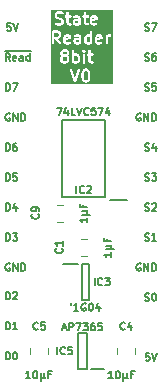
<source format=gto>
%TF.GenerationSoftware,KiCad,Pcbnew,9.0.7*%
%TF.CreationDate,2026-01-29T12:42:59+02:00*%
%TF.ProjectId,State Reader 8bit,53746174-6520-4526-9561-646572203862,V0*%
%TF.SameCoordinates,Original*%
%TF.FileFunction,Legend,Top*%
%TF.FilePolarity,Positive*%
%FSLAX46Y46*%
G04 Gerber Fmt 4.6, Leading zero omitted, Abs format (unit mm)*
G04 Created by KiCad (PCBNEW 9.0.7) date 2026-01-29 12:42:59*
%MOMM*%
%LPD*%
G01*
G04 APERTURE LIST*
%ADD10C,0.150000*%
%ADD11C,0.200000*%
%ADD12C,0.120000*%
G04 APERTURE END LIST*
D10*
X13036744Y-18035725D02*
X13127458Y-18065963D01*
X13127458Y-18065963D02*
X13278649Y-18065963D01*
X13278649Y-18065963D02*
X13339125Y-18035725D01*
X13339125Y-18035725D02*
X13369363Y-18005486D01*
X13369363Y-18005486D02*
X13399601Y-17945010D01*
X13399601Y-17945010D02*
X13399601Y-17884534D01*
X13399601Y-17884534D02*
X13369363Y-17824058D01*
X13369363Y-17824058D02*
X13339125Y-17793820D01*
X13339125Y-17793820D02*
X13278649Y-17763582D01*
X13278649Y-17763582D02*
X13157696Y-17733344D01*
X13157696Y-17733344D02*
X13097220Y-17703105D01*
X13097220Y-17703105D02*
X13066982Y-17672867D01*
X13066982Y-17672867D02*
X13036744Y-17612391D01*
X13036744Y-17612391D02*
X13036744Y-17551915D01*
X13036744Y-17551915D02*
X13066982Y-17491439D01*
X13066982Y-17491439D02*
X13097220Y-17461201D01*
X13097220Y-17461201D02*
X13157696Y-17430963D01*
X13157696Y-17430963D02*
X13308887Y-17430963D01*
X13308887Y-17430963D02*
X13399601Y-17461201D01*
X14004363Y-18065963D02*
X13641506Y-18065963D01*
X13822934Y-18065963D02*
X13822934Y-17430963D01*
X13822934Y-17430963D02*
X13762458Y-17521677D01*
X13762458Y-17521677D02*
X13701982Y-17582153D01*
X13701982Y-17582153D02*
X13641506Y-17612391D01*
X13036744Y-5335725D02*
X13127458Y-5365963D01*
X13127458Y-5365963D02*
X13278649Y-5365963D01*
X13278649Y-5365963D02*
X13339125Y-5335725D01*
X13339125Y-5335725D02*
X13369363Y-5305486D01*
X13369363Y-5305486D02*
X13399601Y-5245010D01*
X13399601Y-5245010D02*
X13399601Y-5184534D01*
X13399601Y-5184534D02*
X13369363Y-5124058D01*
X13369363Y-5124058D02*
X13339125Y-5093820D01*
X13339125Y-5093820D02*
X13278649Y-5063582D01*
X13278649Y-5063582D02*
X13157696Y-5033344D01*
X13157696Y-5033344D02*
X13097220Y-5003105D01*
X13097220Y-5003105D02*
X13066982Y-4972867D01*
X13066982Y-4972867D02*
X13036744Y-4912391D01*
X13036744Y-4912391D02*
X13036744Y-4851915D01*
X13036744Y-4851915D02*
X13066982Y-4791439D01*
X13066982Y-4791439D02*
X13097220Y-4761201D01*
X13097220Y-4761201D02*
X13157696Y-4730963D01*
X13157696Y-4730963D02*
X13308887Y-4730963D01*
X13308887Y-4730963D02*
X13399601Y-4761201D01*
X13974125Y-4730963D02*
X13671744Y-4730963D01*
X13671744Y-4730963D02*
X13641506Y-5033344D01*
X13641506Y-5033344D02*
X13671744Y-5003105D01*
X13671744Y-5003105D02*
X13732220Y-4972867D01*
X13732220Y-4972867D02*
X13883411Y-4972867D01*
X13883411Y-4972867D02*
X13943887Y-5003105D01*
X13943887Y-5003105D02*
X13974125Y-5033344D01*
X13974125Y-5033344D02*
X14004363Y-5093820D01*
X14004363Y-5093820D02*
X14004363Y-5245010D01*
X14004363Y-5245010D02*
X13974125Y-5305486D01*
X13974125Y-5305486D02*
X13943887Y-5335725D01*
X13943887Y-5335725D02*
X13883411Y-5365963D01*
X13883411Y-5365963D02*
X13732220Y-5365963D01*
X13732220Y-5365963D02*
X13671744Y-5335725D01*
X13671744Y-5335725D02*
X13641506Y-5305486D01*
X13036744Y-12955725D02*
X13127458Y-12985963D01*
X13127458Y-12985963D02*
X13278649Y-12985963D01*
X13278649Y-12985963D02*
X13339125Y-12955725D01*
X13339125Y-12955725D02*
X13369363Y-12925486D01*
X13369363Y-12925486D02*
X13399601Y-12865010D01*
X13399601Y-12865010D02*
X13399601Y-12804534D01*
X13399601Y-12804534D02*
X13369363Y-12744058D01*
X13369363Y-12744058D02*
X13339125Y-12713820D01*
X13339125Y-12713820D02*
X13278649Y-12683582D01*
X13278649Y-12683582D02*
X13157696Y-12653344D01*
X13157696Y-12653344D02*
X13097220Y-12623105D01*
X13097220Y-12623105D02*
X13066982Y-12592867D01*
X13066982Y-12592867D02*
X13036744Y-12532391D01*
X13036744Y-12532391D02*
X13036744Y-12471915D01*
X13036744Y-12471915D02*
X13066982Y-12411439D01*
X13066982Y-12411439D02*
X13097220Y-12381201D01*
X13097220Y-12381201D02*
X13157696Y-12350963D01*
X13157696Y-12350963D02*
X13308887Y-12350963D01*
X13308887Y-12350963D02*
X13399601Y-12381201D01*
X13611268Y-12350963D02*
X14004363Y-12350963D01*
X14004363Y-12350963D02*
X13792696Y-12592867D01*
X13792696Y-12592867D02*
X13883411Y-12592867D01*
X13883411Y-12592867D02*
X13943887Y-12623105D01*
X13943887Y-12623105D02*
X13974125Y-12653344D01*
X13974125Y-12653344D02*
X14004363Y-12713820D01*
X14004363Y-12713820D02*
X14004363Y-12865010D01*
X14004363Y-12865010D02*
X13974125Y-12925486D01*
X13974125Y-12925486D02*
X13943887Y-12955725D01*
X13943887Y-12955725D02*
X13883411Y-12985963D01*
X13883411Y-12985963D02*
X13701982Y-12985963D01*
X13701982Y-12985963D02*
X13641506Y-12955725D01*
X13641506Y-12955725D02*
X13611268Y-12925486D01*
X1598493Y-7301201D02*
X1538017Y-7270963D01*
X1538017Y-7270963D02*
X1447303Y-7270963D01*
X1447303Y-7270963D02*
X1356588Y-7301201D01*
X1356588Y-7301201D02*
X1296112Y-7361677D01*
X1296112Y-7361677D02*
X1265874Y-7422153D01*
X1265874Y-7422153D02*
X1235636Y-7543105D01*
X1235636Y-7543105D02*
X1235636Y-7633820D01*
X1235636Y-7633820D02*
X1265874Y-7754772D01*
X1265874Y-7754772D02*
X1296112Y-7815248D01*
X1296112Y-7815248D02*
X1356588Y-7875725D01*
X1356588Y-7875725D02*
X1447303Y-7905963D01*
X1447303Y-7905963D02*
X1507779Y-7905963D01*
X1507779Y-7905963D02*
X1598493Y-7875725D01*
X1598493Y-7875725D02*
X1628731Y-7845486D01*
X1628731Y-7845486D02*
X1628731Y-7633820D01*
X1628731Y-7633820D02*
X1507779Y-7633820D01*
X1900874Y-7905963D02*
X1900874Y-7270963D01*
X1900874Y-7270963D02*
X2263731Y-7905963D01*
X2263731Y-7905963D02*
X2263731Y-7270963D01*
X2566112Y-7905963D02*
X2566112Y-7270963D01*
X2566112Y-7270963D02*
X2717302Y-7270963D01*
X2717302Y-7270963D02*
X2808017Y-7301201D01*
X2808017Y-7301201D02*
X2868493Y-7361677D01*
X2868493Y-7361677D02*
X2898731Y-7422153D01*
X2898731Y-7422153D02*
X2928969Y-7543105D01*
X2928969Y-7543105D02*
X2928969Y-7633820D01*
X2928969Y-7633820D02*
X2898731Y-7754772D01*
X2898731Y-7754772D02*
X2868493Y-7815248D01*
X2868493Y-7815248D02*
X2808017Y-7875725D01*
X2808017Y-7875725D02*
X2717302Y-7905963D01*
X2717302Y-7905963D02*
X2566112Y-7905963D01*
X13036744Y-255725D02*
X13127458Y-285963D01*
X13127458Y-285963D02*
X13278649Y-285963D01*
X13278649Y-285963D02*
X13339125Y-255725D01*
X13339125Y-255725D02*
X13369363Y-225486D01*
X13369363Y-225486D02*
X13399601Y-165010D01*
X13399601Y-165010D02*
X13399601Y-104534D01*
X13399601Y-104534D02*
X13369363Y-44058D01*
X13369363Y-44058D02*
X13339125Y-13820D01*
X13339125Y-13820D02*
X13278649Y16417D01*
X13278649Y16417D02*
X13157696Y46655D01*
X13157696Y46655D02*
X13097220Y76894D01*
X13097220Y76894D02*
X13066982Y107132D01*
X13066982Y107132D02*
X13036744Y167608D01*
X13036744Y167608D02*
X13036744Y228084D01*
X13036744Y228084D02*
X13066982Y288560D01*
X13066982Y288560D02*
X13097220Y318798D01*
X13097220Y318798D02*
X13157696Y349036D01*
X13157696Y349036D02*
X13308887Y349036D01*
X13308887Y349036D02*
X13399601Y318798D01*
X13611268Y349036D02*
X14034601Y349036D01*
X14034601Y349036D02*
X13762458Y-285963D01*
X1265874Y-5365963D02*
X1265874Y-4730963D01*
X1265874Y-4730963D02*
X1417064Y-4730963D01*
X1417064Y-4730963D02*
X1507779Y-4761201D01*
X1507779Y-4761201D02*
X1568255Y-4821677D01*
X1568255Y-4821677D02*
X1598493Y-4882153D01*
X1598493Y-4882153D02*
X1628731Y-5003105D01*
X1628731Y-5003105D02*
X1628731Y-5093820D01*
X1628731Y-5093820D02*
X1598493Y-5214772D01*
X1598493Y-5214772D02*
X1568255Y-5275248D01*
X1568255Y-5275248D02*
X1507779Y-5335725D01*
X1507779Y-5335725D02*
X1417064Y-5365963D01*
X1417064Y-5365963D02*
X1265874Y-5365963D01*
X1840398Y-4730963D02*
X2263731Y-4730963D01*
X2263731Y-4730963D02*
X1991588Y-5365963D01*
X1265874Y-15525963D02*
X1265874Y-14890963D01*
X1265874Y-14890963D02*
X1417064Y-14890963D01*
X1417064Y-14890963D02*
X1507779Y-14921201D01*
X1507779Y-14921201D02*
X1568255Y-14981677D01*
X1568255Y-14981677D02*
X1598493Y-15042153D01*
X1598493Y-15042153D02*
X1628731Y-15163105D01*
X1628731Y-15163105D02*
X1628731Y-15253820D01*
X1628731Y-15253820D02*
X1598493Y-15374772D01*
X1598493Y-15374772D02*
X1568255Y-15435248D01*
X1568255Y-15435248D02*
X1507779Y-15495725D01*
X1507779Y-15495725D02*
X1417064Y-15525963D01*
X1417064Y-15525963D02*
X1265874Y-15525963D01*
X2173017Y-15102629D02*
X2173017Y-15525963D01*
X2021826Y-14860725D02*
X1870636Y-15314296D01*
X1870636Y-15314296D02*
X2263731Y-15314296D01*
X1265874Y-23018963D02*
X1265874Y-22383963D01*
X1265874Y-22383963D02*
X1417064Y-22383963D01*
X1417064Y-22383963D02*
X1507779Y-22414201D01*
X1507779Y-22414201D02*
X1568255Y-22474677D01*
X1568255Y-22474677D02*
X1598493Y-22535153D01*
X1598493Y-22535153D02*
X1628731Y-22656105D01*
X1628731Y-22656105D02*
X1628731Y-22746820D01*
X1628731Y-22746820D02*
X1598493Y-22867772D01*
X1598493Y-22867772D02*
X1568255Y-22928248D01*
X1568255Y-22928248D02*
X1507779Y-22988725D01*
X1507779Y-22988725D02*
X1417064Y-23018963D01*
X1417064Y-23018963D02*
X1265874Y-23018963D01*
X1870636Y-22444439D02*
X1900874Y-22414201D01*
X1900874Y-22414201D02*
X1961350Y-22383963D01*
X1961350Y-22383963D02*
X2112541Y-22383963D01*
X2112541Y-22383963D02*
X2173017Y-22414201D01*
X2173017Y-22414201D02*
X2203255Y-22444439D01*
X2203255Y-22444439D02*
X2233493Y-22504915D01*
X2233493Y-22504915D02*
X2233493Y-22565391D01*
X2233493Y-22565391D02*
X2203255Y-22656105D01*
X2203255Y-22656105D02*
X1840398Y-23018963D01*
X1840398Y-23018963D02*
X2233493Y-23018963D01*
X13036744Y-15495725D02*
X13127458Y-15525963D01*
X13127458Y-15525963D02*
X13278649Y-15525963D01*
X13278649Y-15525963D02*
X13339125Y-15495725D01*
X13339125Y-15495725D02*
X13369363Y-15465486D01*
X13369363Y-15465486D02*
X13399601Y-15405010D01*
X13399601Y-15405010D02*
X13399601Y-15344534D01*
X13399601Y-15344534D02*
X13369363Y-15284058D01*
X13369363Y-15284058D02*
X13339125Y-15253820D01*
X13339125Y-15253820D02*
X13278649Y-15223582D01*
X13278649Y-15223582D02*
X13157696Y-15193344D01*
X13157696Y-15193344D02*
X13097220Y-15163105D01*
X13097220Y-15163105D02*
X13066982Y-15132867D01*
X13066982Y-15132867D02*
X13036744Y-15072391D01*
X13036744Y-15072391D02*
X13036744Y-15011915D01*
X13036744Y-15011915D02*
X13066982Y-14951439D01*
X13066982Y-14951439D02*
X13097220Y-14921201D01*
X13097220Y-14921201D02*
X13157696Y-14890963D01*
X13157696Y-14890963D02*
X13308887Y-14890963D01*
X13308887Y-14890963D02*
X13399601Y-14921201D01*
X13641506Y-14951439D02*
X13671744Y-14921201D01*
X13671744Y-14921201D02*
X13732220Y-14890963D01*
X13732220Y-14890963D02*
X13883411Y-14890963D01*
X13883411Y-14890963D02*
X13943887Y-14921201D01*
X13943887Y-14921201D02*
X13974125Y-14951439D01*
X13974125Y-14951439D02*
X14004363Y-15011915D01*
X14004363Y-15011915D02*
X14004363Y-15072391D01*
X14004363Y-15072391D02*
X13974125Y-15163105D01*
X13974125Y-15163105D02*
X13611268Y-15525963D01*
X13611268Y-15525963D02*
X14004363Y-15525963D01*
D11*
G36*
X8132192Y-3696024D02*
G01*
X8156861Y-3720692D01*
X8192314Y-3791599D01*
X8234285Y-3959480D01*
X8234285Y-4172956D01*
X8192314Y-4340837D01*
X8156861Y-4411743D01*
X8132192Y-4436413D01*
X8072583Y-4466219D01*
X8024559Y-4466219D01*
X7964949Y-4436414D01*
X7940282Y-4411746D01*
X7904827Y-4340837D01*
X7862857Y-4172956D01*
X7862857Y-3959481D01*
X7904827Y-3791599D01*
X7940281Y-3720692D01*
X7964949Y-3696023D01*
X8024559Y-3666219D01*
X8072583Y-3666219D01*
X8132192Y-3696024D01*
G37*
G36*
X6394097Y-2514651D02*
G01*
X6418766Y-2539319D01*
X6448571Y-2598929D01*
X6448571Y-2742191D01*
X6418766Y-2801799D01*
X6394097Y-2826469D01*
X6334488Y-2856275D01*
X6191226Y-2856275D01*
X6131616Y-2826470D01*
X6106949Y-2801802D01*
X6077143Y-2742190D01*
X6077143Y-2598929D01*
X6106948Y-2539319D01*
X6131616Y-2514650D01*
X6191226Y-2484846D01*
X6334488Y-2484846D01*
X6394097Y-2514651D01*
G37*
G36*
X6394097Y-2086080D02*
G01*
X6418766Y-2110748D01*
X6448571Y-2170358D01*
X6448571Y-2170763D01*
X6418766Y-2230372D01*
X6394097Y-2255040D01*
X6334488Y-2284846D01*
X6191226Y-2284846D01*
X6131616Y-2255041D01*
X6106948Y-2230372D01*
X6077143Y-2170762D01*
X6077143Y-2170358D01*
X6106948Y-2110748D01*
X6131616Y-2086079D01*
X6191226Y-2056275D01*
X6334488Y-2056275D01*
X6394097Y-2086080D01*
G37*
G36*
X7298859Y-2419413D02*
G01*
X7323528Y-2444081D01*
X7353333Y-2503691D01*
X7353333Y-2742191D01*
X7323528Y-2801799D01*
X7298859Y-2826469D01*
X7239250Y-2856275D01*
X7095988Y-2856275D01*
X7077143Y-2846852D01*
X7077143Y-2399030D01*
X7095988Y-2389608D01*
X7239250Y-2389608D01*
X7298859Y-2419413D01*
G37*
G36*
X6593082Y-801819D02*
G01*
X6610532Y-836719D01*
X6339047Y-891016D01*
X6339047Y-846128D01*
X6361202Y-801818D01*
X6405511Y-779664D01*
X6548773Y-779664D01*
X6593082Y-801819D01*
G37*
G36*
X7472380Y-1236908D02*
G01*
X7453535Y-1246331D01*
X7262654Y-1246331D01*
X7218344Y-1224176D01*
X7196190Y-1179866D01*
X7196190Y-1131842D01*
X7218345Y-1087532D01*
X7262654Y-1065378D01*
X7472380Y-1065378D01*
X7472380Y-1236908D01*
G37*
G36*
X8377142Y-789086D02*
G01*
X8377142Y-1236908D01*
X8358297Y-1246331D01*
X8215035Y-1246331D01*
X8155425Y-1216526D01*
X8130758Y-1191858D01*
X8100952Y-1132246D01*
X8100952Y-893747D01*
X8130757Y-834137D01*
X8155425Y-809468D01*
X8215035Y-779664D01*
X8358297Y-779664D01*
X8377142Y-789086D01*
G37*
G36*
X9259749Y-801819D02*
G01*
X9277199Y-836719D01*
X9005714Y-891016D01*
X9005714Y-846128D01*
X9027869Y-801818D01*
X9072178Y-779664D01*
X9215440Y-779664D01*
X9259749Y-801819D01*
G37*
G36*
X5703620Y-476136D02*
G01*
X5728289Y-500804D01*
X5758094Y-560414D01*
X5758094Y-656057D01*
X5728289Y-715666D01*
X5703620Y-740334D01*
X5644011Y-770140D01*
X5386666Y-770140D01*
X5386666Y-446331D01*
X5644011Y-446331D01*
X5703620Y-476136D01*
G37*
G36*
X7400952Y373034D02*
G01*
X7382108Y363612D01*
X7191225Y363612D01*
X7146917Y385766D01*
X7124762Y430077D01*
X7124762Y478100D01*
X7146917Y522410D01*
X7191226Y544565D01*
X7400952Y544565D01*
X7400952Y373034D01*
G37*
G36*
X8854988Y808123D02*
G01*
X8872438Y773223D01*
X8600953Y718926D01*
X8600953Y763814D01*
X8623108Y808124D01*
X8667417Y830279D01*
X8810679Y830279D01*
X8854988Y808123D01*
G37*
G36*
X10305380Y-4777330D02*
G01*
X5075555Y-4777330D01*
X5075555Y-3578726D01*
X6711261Y-3578726D01*
X6715608Y-3597842D01*
X7048941Y-4597841D01*
X7056932Y-4615742D01*
X7061615Y-4621141D01*
X7064810Y-4627531D01*
X7074281Y-4635746D01*
X7082497Y-4645218D01*
X7088885Y-4648412D01*
X7094286Y-4653096D01*
X7106187Y-4657063D01*
X7117396Y-4662667D01*
X7124520Y-4663173D01*
X7131302Y-4665434D01*
X7143811Y-4664544D01*
X7156316Y-4665434D01*
X7163094Y-4663174D01*
X7170222Y-4662668D01*
X7181438Y-4657059D01*
X7193332Y-4653095D01*
X7198729Y-4648414D01*
X7205121Y-4645218D01*
X7213339Y-4635742D01*
X7222808Y-4627530D01*
X7226001Y-4621143D01*
X7230686Y-4615742D01*
X7238677Y-4597842D01*
X7455567Y-3947171D01*
X7662857Y-3947171D01*
X7662857Y-4185266D01*
X7663192Y-4188668D01*
X7662975Y-4190127D01*
X7664054Y-4197424D01*
X7664778Y-4204775D01*
X7665342Y-4206138D01*
X7665843Y-4209520D01*
X7713462Y-4399995D01*
X7713975Y-4401432D01*
X7714027Y-4402155D01*
X7717135Y-4410279D01*
X7720057Y-4418456D01*
X7720487Y-4419036D01*
X7721033Y-4420463D01*
X7768652Y-4515701D01*
X7773935Y-4524093D01*
X7774947Y-4526537D01*
X7777203Y-4529286D01*
X7779095Y-4532291D01*
X7781089Y-4534020D01*
X7787384Y-4541690D01*
X7835002Y-4589310D01*
X7842670Y-4595603D01*
X7844402Y-4597600D01*
X7847410Y-4599493D01*
X7850156Y-4601747D01*
X7852596Y-4602757D01*
X7860993Y-4608043D01*
X7956230Y-4655662D01*
X7974539Y-4662668D01*
X7978122Y-4662922D01*
X7981443Y-4664298D01*
X8000952Y-4666219D01*
X8096190Y-4666219D01*
X8115699Y-4664298D01*
X8119019Y-4662922D01*
X8122603Y-4662668D01*
X8140911Y-4655662D01*
X8236149Y-4608043D01*
X8244544Y-4602758D01*
X8246986Y-4601747D01*
X8249733Y-4599491D01*
X8252739Y-4597600D01*
X8254469Y-4595605D01*
X8262139Y-4589310D01*
X8309758Y-4541690D01*
X8316050Y-4534023D01*
X8318047Y-4532292D01*
X8319940Y-4529284D01*
X8322195Y-4526537D01*
X8323206Y-4524095D01*
X8328490Y-4515701D01*
X8376109Y-4420464D01*
X8376655Y-4419035D01*
X8377085Y-4418456D01*
X8380006Y-4410279D01*
X8383115Y-4402155D01*
X8383166Y-4401434D01*
X8383680Y-4399996D01*
X8431299Y-4209520D01*
X8431799Y-4206138D01*
X8432364Y-4204775D01*
X8433087Y-4197424D01*
X8434167Y-4190127D01*
X8433949Y-4188668D01*
X8434285Y-4185266D01*
X8434285Y-3947171D01*
X8433949Y-3943768D01*
X8434167Y-3942310D01*
X8433087Y-3935012D01*
X8432364Y-3927662D01*
X8431799Y-3926298D01*
X8431299Y-3922917D01*
X8383680Y-3732441D01*
X8383166Y-3731002D01*
X8383115Y-3730282D01*
X8380006Y-3722157D01*
X8377085Y-3713981D01*
X8376655Y-3713401D01*
X8376109Y-3711973D01*
X8328490Y-3616736D01*
X8323204Y-3608339D01*
X8322194Y-3605899D01*
X8319940Y-3603153D01*
X8318047Y-3600145D01*
X8316049Y-3598412D01*
X8309757Y-3590746D01*
X8262139Y-3543127D01*
X8254468Y-3536832D01*
X8252739Y-3534838D01*
X8249731Y-3532944D01*
X8246985Y-3530691D01*
X8244545Y-3529680D01*
X8236149Y-3524395D01*
X8140911Y-3476776D01*
X8122603Y-3469770D01*
X8119019Y-3469515D01*
X8115699Y-3468140D01*
X8096190Y-3466219D01*
X8000952Y-3466219D01*
X7981443Y-3468140D01*
X7978122Y-3469515D01*
X7974539Y-3469770D01*
X7956230Y-3476776D01*
X7860993Y-3524395D01*
X7852596Y-3529680D01*
X7850156Y-3530691D01*
X7847410Y-3532944D01*
X7844402Y-3534838D01*
X7842669Y-3536835D01*
X7835003Y-3543128D01*
X7787384Y-3590746D01*
X7781089Y-3598416D01*
X7779095Y-3600146D01*
X7777201Y-3603153D01*
X7774948Y-3605900D01*
X7773937Y-3608339D01*
X7768652Y-3616736D01*
X7721033Y-3711974D01*
X7720487Y-3713400D01*
X7720057Y-3713981D01*
X7717135Y-3722157D01*
X7714027Y-3730282D01*
X7713975Y-3731004D01*
X7713462Y-3732442D01*
X7665843Y-3922917D01*
X7665342Y-3926298D01*
X7664778Y-3927662D01*
X7664054Y-3935012D01*
X7662975Y-3942310D01*
X7663192Y-3943768D01*
X7662857Y-3947171D01*
X7455567Y-3947171D01*
X7572010Y-3597842D01*
X7576357Y-3578727D01*
X7573591Y-3539807D01*
X7556141Y-3504908D01*
X7526665Y-3479343D01*
X7489649Y-3467004D01*
X7450729Y-3469771D01*
X7415830Y-3487220D01*
X7390265Y-3516696D01*
X7382274Y-3534597D01*
X7143809Y-4249991D01*
X6905344Y-3534596D01*
X6897353Y-3516696D01*
X6871788Y-3487220D01*
X6836889Y-3469770D01*
X6797969Y-3467004D01*
X6760953Y-3479342D01*
X6731477Y-3504907D01*
X6714027Y-3539806D01*
X6711261Y-3578726D01*
X5075555Y-3578726D01*
X5075555Y-2146751D01*
X5877143Y-2146751D01*
X5877143Y-2194370D01*
X5879064Y-2213879D01*
X5880439Y-2217199D01*
X5880694Y-2220783D01*
X5887700Y-2239091D01*
X5935319Y-2334329D01*
X5940604Y-2342725D01*
X5941615Y-2345165D01*
X5943868Y-2347911D01*
X5945762Y-2350919D01*
X5947756Y-2352648D01*
X5954051Y-2360319D01*
X5978578Y-2384846D01*
X5954051Y-2409373D01*
X5947756Y-2417043D01*
X5945762Y-2418773D01*
X5943868Y-2421780D01*
X5941615Y-2424527D01*
X5940604Y-2426966D01*
X5935319Y-2435363D01*
X5887700Y-2530601D01*
X5880694Y-2548909D01*
X5880439Y-2552492D01*
X5879064Y-2555813D01*
X5877143Y-2575322D01*
X5877143Y-2765798D01*
X5879064Y-2785307D01*
X5880439Y-2788627D01*
X5880694Y-2792211D01*
X5887700Y-2810519D01*
X5935319Y-2905757D01*
X5940602Y-2914149D01*
X5941614Y-2916593D01*
X5943870Y-2919342D01*
X5945762Y-2922347D01*
X5947756Y-2924076D01*
X5954051Y-2931746D01*
X6001669Y-2979366D01*
X6009337Y-2985659D01*
X6011069Y-2987656D01*
X6014077Y-2989549D01*
X6016823Y-2991803D01*
X6019263Y-2992813D01*
X6027660Y-2998099D01*
X6122897Y-3045718D01*
X6141206Y-3052724D01*
X6144789Y-3052978D01*
X6148110Y-3054354D01*
X6167619Y-3056275D01*
X6358095Y-3056275D01*
X6377604Y-3054354D01*
X6380924Y-3052978D01*
X6384508Y-3052724D01*
X6402816Y-3045718D01*
X6498054Y-2998099D01*
X6506449Y-2992814D01*
X6508891Y-2991803D01*
X6511638Y-2989547D01*
X6514644Y-2987656D01*
X6516374Y-2985661D01*
X6524044Y-2979366D01*
X6571663Y-2931746D01*
X6577955Y-2924079D01*
X6579952Y-2922348D01*
X6581845Y-2919340D01*
X6584100Y-2916593D01*
X6585111Y-2914151D01*
X6590395Y-2905757D01*
X6638014Y-2810520D01*
X6645020Y-2792211D01*
X6645274Y-2788627D01*
X6646650Y-2785307D01*
X6648571Y-2765798D01*
X6648571Y-2575322D01*
X6646650Y-2555813D01*
X6645274Y-2552492D01*
X6645020Y-2548909D01*
X6638014Y-2530600D01*
X6590395Y-2435363D01*
X6585109Y-2426966D01*
X6584099Y-2424526D01*
X6581845Y-2421780D01*
X6579952Y-2418772D01*
X6577954Y-2417039D01*
X6571662Y-2409373D01*
X6547135Y-2384846D01*
X6571662Y-2360319D01*
X6577954Y-2352652D01*
X6579952Y-2350920D01*
X6581845Y-2347911D01*
X6584099Y-2345166D01*
X6585109Y-2342725D01*
X6590395Y-2334329D01*
X6638014Y-2239092D01*
X6645020Y-2220783D01*
X6645274Y-2217199D01*
X6646650Y-2213879D01*
X6648571Y-2194370D01*
X6648571Y-2146751D01*
X6646650Y-2127242D01*
X6645274Y-2123921D01*
X6645020Y-2120338D01*
X6638014Y-2102029D01*
X6590395Y-2006792D01*
X6585109Y-1998395D01*
X6584099Y-1995955D01*
X6581845Y-1993209D01*
X6579952Y-1990201D01*
X6577954Y-1988468D01*
X6571662Y-1980802D01*
X6547136Y-1956275D01*
X6877143Y-1956275D01*
X6877143Y-2956275D01*
X6879064Y-2975784D01*
X6893996Y-3011832D01*
X6921586Y-3039422D01*
X6957634Y-3054354D01*
X6996652Y-3054354D01*
X7023056Y-3043416D01*
X7027659Y-3045718D01*
X7045968Y-3052724D01*
X7049551Y-3052978D01*
X7052872Y-3054354D01*
X7072381Y-3056275D01*
X7262857Y-3056275D01*
X7282366Y-3054354D01*
X7285686Y-3052978D01*
X7289270Y-3052724D01*
X7307578Y-3045718D01*
X7402816Y-2998099D01*
X7411211Y-2992814D01*
X7413653Y-2991803D01*
X7416400Y-2989547D01*
X7419406Y-2987656D01*
X7421136Y-2985661D01*
X7428806Y-2979366D01*
X7476425Y-2931746D01*
X7482717Y-2924079D01*
X7484714Y-2922348D01*
X7486607Y-2919340D01*
X7488862Y-2916593D01*
X7489873Y-2914151D01*
X7495157Y-2905757D01*
X7542776Y-2810520D01*
X7549782Y-2792211D01*
X7550036Y-2788627D01*
X7551412Y-2785307D01*
X7553333Y-2765798D01*
X7553333Y-2480084D01*
X7551412Y-2460575D01*
X7550036Y-2457254D01*
X7549782Y-2453671D01*
X7542776Y-2435362D01*
X7495157Y-2340125D01*
X7489871Y-2331728D01*
X7488861Y-2329288D01*
X7486607Y-2326542D01*
X7484714Y-2323534D01*
X7482716Y-2321801D01*
X7476424Y-2314135D01*
X7451898Y-2289608D01*
X7781905Y-2289608D01*
X7781905Y-2956275D01*
X7783826Y-2975784D01*
X7798758Y-3011832D01*
X7826348Y-3039422D01*
X7862396Y-3054354D01*
X7901414Y-3054354D01*
X7937462Y-3039422D01*
X7965052Y-3011832D01*
X7979984Y-2975784D01*
X7981905Y-2956275D01*
X7981905Y-2289608D01*
X7979984Y-2270099D01*
X8117159Y-2270099D01*
X8117159Y-2309117D01*
X8132091Y-2345165D01*
X8159681Y-2372755D01*
X8195729Y-2387687D01*
X8215238Y-2389608D01*
X8258095Y-2389608D01*
X8258095Y-2813417D01*
X8260016Y-2832926D01*
X8261391Y-2836246D01*
X8261646Y-2839829D01*
X8268652Y-2858138D01*
X8316271Y-2953377D01*
X8318324Y-2956640D01*
X8318838Y-2958179D01*
X8320500Y-2960095D01*
X8326714Y-2969967D01*
X8336185Y-2978181D01*
X8344402Y-2987656D01*
X8354272Y-2993868D01*
X8356190Y-2995532D01*
X8357730Y-2996045D01*
X8360993Y-2998099D01*
X8456230Y-3045718D01*
X8474539Y-3052724D01*
X8478122Y-3052978D01*
X8481443Y-3054354D01*
X8500952Y-3056275D01*
X8596190Y-3056275D01*
X8615699Y-3054354D01*
X8651747Y-3039422D01*
X8679337Y-3011832D01*
X8694269Y-2975784D01*
X8694269Y-2936766D01*
X8679337Y-2900718D01*
X8651747Y-2873128D01*
X8615699Y-2858196D01*
X8596190Y-2856275D01*
X8524559Y-2856275D01*
X8480249Y-2834120D01*
X8458095Y-2789810D01*
X8458095Y-2389608D01*
X8596190Y-2389608D01*
X8615699Y-2387687D01*
X8651747Y-2372755D01*
X8679337Y-2345165D01*
X8694269Y-2309117D01*
X8694269Y-2270099D01*
X8679337Y-2234051D01*
X8651747Y-2206461D01*
X8615699Y-2191529D01*
X8596190Y-2189608D01*
X8458095Y-2189608D01*
X8458095Y-1956275D01*
X8456174Y-1936766D01*
X8441242Y-1900718D01*
X8413652Y-1873128D01*
X8377604Y-1858196D01*
X8338586Y-1858196D01*
X8302538Y-1873128D01*
X8274948Y-1900718D01*
X8260016Y-1936766D01*
X8258095Y-1956275D01*
X8258095Y-2189608D01*
X8215238Y-2189608D01*
X8195729Y-2191529D01*
X8159681Y-2206461D01*
X8132091Y-2234051D01*
X8117159Y-2270099D01*
X7979984Y-2270099D01*
X7965052Y-2234051D01*
X7937462Y-2206461D01*
X7901414Y-2191529D01*
X7862396Y-2191529D01*
X7826348Y-2206461D01*
X7798758Y-2234051D01*
X7783826Y-2270099D01*
X7781905Y-2289608D01*
X7451898Y-2289608D01*
X7428806Y-2266516D01*
X7421135Y-2260221D01*
X7419406Y-2258227D01*
X7416398Y-2256333D01*
X7413652Y-2254080D01*
X7411212Y-2253069D01*
X7402816Y-2247784D01*
X7307578Y-2200165D01*
X7289270Y-2193159D01*
X7285686Y-2192904D01*
X7282366Y-2191529D01*
X7262857Y-2189608D01*
X7077143Y-2189608D01*
X7077143Y-1984385D01*
X7736207Y-1984385D01*
X7736207Y-2023403D01*
X7751139Y-2059451D01*
X7763575Y-2074605D01*
X7811194Y-2122223D01*
X7826347Y-2134660D01*
X7836905Y-2139033D01*
X7862396Y-2149592D01*
X7901414Y-2149592D01*
X7937462Y-2134660D01*
X7952616Y-2122224D01*
X8000234Y-2074605D01*
X8012671Y-2059452D01*
X8027602Y-2023403D01*
X8027602Y-1984385D01*
X8026118Y-1980802D01*
X8012671Y-1948336D01*
X8000234Y-1933183D01*
X7952616Y-1885564D01*
X7937462Y-1873128D01*
X7901414Y-1858196D01*
X7862396Y-1858196D01*
X7836905Y-1868754D01*
X7826347Y-1873128D01*
X7811194Y-1885565D01*
X7763575Y-1933183D01*
X7751140Y-1948336D01*
X7751139Y-1948337D01*
X7736207Y-1984385D01*
X7077143Y-1984385D01*
X7077143Y-1956275D01*
X7075222Y-1936766D01*
X7060290Y-1900718D01*
X7032700Y-1873128D01*
X6996652Y-1858196D01*
X6957634Y-1858196D01*
X6921586Y-1873128D01*
X6893996Y-1900718D01*
X6879064Y-1936766D01*
X6877143Y-1956275D01*
X6547136Y-1956275D01*
X6524044Y-1933183D01*
X6516373Y-1926888D01*
X6514644Y-1924894D01*
X6511636Y-1923000D01*
X6508890Y-1920747D01*
X6506450Y-1919736D01*
X6498054Y-1914451D01*
X6402816Y-1866832D01*
X6384508Y-1859826D01*
X6380924Y-1859571D01*
X6377604Y-1858196D01*
X6358095Y-1856275D01*
X6167619Y-1856275D01*
X6148110Y-1858196D01*
X6144789Y-1859571D01*
X6141206Y-1859826D01*
X6122897Y-1866832D01*
X6027660Y-1914451D01*
X6019263Y-1919736D01*
X6016823Y-1920747D01*
X6014077Y-1923000D01*
X6011069Y-1924894D01*
X6009336Y-1926891D01*
X6001670Y-1933184D01*
X5954051Y-1980802D01*
X5947756Y-1988472D01*
X5945762Y-1990202D01*
X5943868Y-1993209D01*
X5941615Y-1995956D01*
X5940604Y-1998395D01*
X5935319Y-2006792D01*
X5887700Y-2102030D01*
X5880694Y-2120338D01*
X5880439Y-2123921D01*
X5879064Y-2127242D01*
X5877143Y-2146751D01*
X5075555Y-2146751D01*
X5075555Y-346331D01*
X5186666Y-346331D01*
X5186666Y-1346331D01*
X5188587Y-1365840D01*
X5203519Y-1401888D01*
X5231109Y-1429478D01*
X5267157Y-1444410D01*
X5306175Y-1444410D01*
X5342223Y-1429478D01*
X5369813Y-1401888D01*
X5384745Y-1365840D01*
X5386666Y-1346331D01*
X5386666Y-970140D01*
X5472696Y-970140D01*
X5776171Y-1403677D01*
X5788932Y-1418558D01*
X5821837Y-1439527D01*
X5860262Y-1446308D01*
X5898356Y-1437868D01*
X5930321Y-1415493D01*
X5951290Y-1382588D01*
X5958071Y-1344164D01*
X5949631Y-1306069D01*
X5940017Y-1288985D01*
X5710049Y-960459D01*
X5712339Y-959583D01*
X5807577Y-911964D01*
X5815973Y-906678D01*
X5818413Y-905668D01*
X5821159Y-903414D01*
X5824167Y-901521D01*
X5825896Y-899526D01*
X5833567Y-893232D01*
X5881185Y-845613D01*
X5887477Y-837946D01*
X5889475Y-836214D01*
X5891368Y-833205D01*
X5893622Y-830460D01*
X5894632Y-828019D01*
X5898093Y-822521D01*
X6139047Y-822521D01*
X6139047Y-1203473D01*
X6140968Y-1222982D01*
X6142343Y-1226302D01*
X6142598Y-1229885D01*
X6149604Y-1248194D01*
X6197223Y-1343433D01*
X6199276Y-1346696D01*
X6199790Y-1348235D01*
X6201452Y-1350151D01*
X6207666Y-1360023D01*
X6217137Y-1368237D01*
X6225354Y-1377712D01*
X6235224Y-1383924D01*
X6237142Y-1385588D01*
X6238682Y-1386101D01*
X6241945Y-1388155D01*
X6337182Y-1435774D01*
X6355491Y-1442780D01*
X6359074Y-1443034D01*
X6362395Y-1444410D01*
X6381904Y-1446331D01*
X6572380Y-1446331D01*
X6591889Y-1444410D01*
X6595209Y-1443034D01*
X6598793Y-1442780D01*
X6617101Y-1435774D01*
X6712339Y-1388155D01*
X6728929Y-1377712D01*
X6754494Y-1348235D01*
X6766832Y-1311219D01*
X6764067Y-1272299D01*
X6746618Y-1237401D01*
X6717141Y-1211836D01*
X6680125Y-1199497D01*
X6641205Y-1202263D01*
X6622896Y-1209269D01*
X6548773Y-1246331D01*
X6405511Y-1246331D01*
X6361201Y-1224176D01*
X6339047Y-1179866D01*
X6339047Y-1108235D01*
X6996190Y-1108235D01*
X6996190Y-1203473D01*
X6998111Y-1222982D01*
X6999486Y-1226302D01*
X6999741Y-1229885D01*
X7006747Y-1248194D01*
X7054366Y-1343433D01*
X7056419Y-1346696D01*
X7056933Y-1348235D01*
X7058595Y-1350151D01*
X7064809Y-1360023D01*
X7074280Y-1368237D01*
X7082497Y-1377712D01*
X7092367Y-1383924D01*
X7094285Y-1385588D01*
X7095825Y-1386101D01*
X7099088Y-1388155D01*
X7194325Y-1435774D01*
X7212634Y-1442780D01*
X7216217Y-1443034D01*
X7219538Y-1444410D01*
X7239047Y-1446331D01*
X7477142Y-1446331D01*
X7496651Y-1444410D01*
X7499971Y-1443034D01*
X7503555Y-1442780D01*
X7521863Y-1435774D01*
X7526466Y-1433472D01*
X7552871Y-1444410D01*
X7591889Y-1444410D01*
X7627937Y-1429478D01*
X7655527Y-1401888D01*
X7670459Y-1365840D01*
X7672380Y-1346331D01*
X7672380Y-870140D01*
X7900952Y-870140D01*
X7900952Y-1155854D01*
X7902873Y-1175363D01*
X7904248Y-1178683D01*
X7904503Y-1182267D01*
X7911509Y-1200575D01*
X7959128Y-1295813D01*
X7964411Y-1304205D01*
X7965423Y-1306649D01*
X7967679Y-1309398D01*
X7969571Y-1312403D01*
X7971565Y-1314132D01*
X7977860Y-1321802D01*
X8025478Y-1369422D01*
X8033146Y-1375715D01*
X8034878Y-1377712D01*
X8037886Y-1379605D01*
X8040632Y-1381859D01*
X8043072Y-1382869D01*
X8051469Y-1388155D01*
X8146706Y-1435774D01*
X8165015Y-1442780D01*
X8168598Y-1443034D01*
X8171919Y-1444410D01*
X8191428Y-1446331D01*
X8381904Y-1446331D01*
X8401413Y-1444410D01*
X8404733Y-1443034D01*
X8408317Y-1442780D01*
X8426625Y-1435774D01*
X8431228Y-1433472D01*
X8457633Y-1444410D01*
X8496651Y-1444410D01*
X8532699Y-1429478D01*
X8560289Y-1401888D01*
X8575221Y-1365840D01*
X8577142Y-1346331D01*
X8577142Y-822521D01*
X8805714Y-822521D01*
X8805714Y-1203473D01*
X8807635Y-1222982D01*
X8809010Y-1226302D01*
X8809265Y-1229885D01*
X8816271Y-1248194D01*
X8863890Y-1343433D01*
X8865943Y-1346696D01*
X8866457Y-1348235D01*
X8868119Y-1350151D01*
X8874333Y-1360023D01*
X8883804Y-1368237D01*
X8892021Y-1377712D01*
X8901891Y-1383924D01*
X8903809Y-1385588D01*
X8905349Y-1386101D01*
X8908612Y-1388155D01*
X9003849Y-1435774D01*
X9022158Y-1442780D01*
X9025741Y-1443034D01*
X9029062Y-1444410D01*
X9048571Y-1446331D01*
X9239047Y-1446331D01*
X9258556Y-1444410D01*
X9261876Y-1443034D01*
X9265460Y-1442780D01*
X9283768Y-1435774D01*
X9379006Y-1388155D01*
X9395596Y-1377712D01*
X9421161Y-1348235D01*
X9433499Y-1311219D01*
X9430734Y-1272299D01*
X9413285Y-1237401D01*
X9383808Y-1211836D01*
X9346792Y-1199497D01*
X9307872Y-1202263D01*
X9289563Y-1209269D01*
X9215440Y-1246331D01*
X9072178Y-1246331D01*
X9027868Y-1224176D01*
X9005714Y-1179866D01*
X9005714Y-1094977D01*
X9401410Y-1015838D01*
X9401413Y-1015838D01*
X9401415Y-1015836D01*
X9401515Y-1015817D01*
X9420269Y-1010107D01*
X9428409Y-1004655D01*
X9437461Y-1000906D01*
X9444462Y-993904D01*
X9452688Y-988396D01*
X9458122Y-980244D01*
X9465051Y-973316D01*
X9468840Y-964168D01*
X9474332Y-955931D01*
X9476233Y-946320D01*
X9479983Y-937268D01*
X9481904Y-917759D01*
X9481904Y-822521D01*
X9479983Y-803012D01*
X9478607Y-799691D01*
X9478353Y-796108D01*
X9471347Y-777799D01*
X9423728Y-682562D01*
X9421903Y-679664D01*
X9710476Y-679664D01*
X9710476Y-1346331D01*
X9712397Y-1365840D01*
X9727329Y-1401888D01*
X9754919Y-1429478D01*
X9790967Y-1444410D01*
X9829985Y-1444410D01*
X9866033Y-1429478D01*
X9893623Y-1401888D01*
X9908555Y-1365840D01*
X9910476Y-1346331D01*
X9910476Y-893747D01*
X9940281Y-834137D01*
X9964949Y-809468D01*
X10024559Y-779664D01*
X10096190Y-779664D01*
X10115699Y-777743D01*
X10151747Y-762811D01*
X10179337Y-735221D01*
X10194269Y-699173D01*
X10194269Y-660155D01*
X10179337Y-624107D01*
X10151747Y-596517D01*
X10115699Y-581585D01*
X10096190Y-579664D01*
X10000952Y-579664D01*
X9981443Y-581585D01*
X9978122Y-582960D01*
X9974539Y-583215D01*
X9956230Y-590221D01*
X9891901Y-622385D01*
X9866033Y-596517D01*
X9829985Y-581585D01*
X9790967Y-581585D01*
X9754919Y-596517D01*
X9727329Y-624107D01*
X9712397Y-660155D01*
X9710476Y-679664D01*
X9421903Y-679664D01*
X9421673Y-679298D01*
X9421161Y-677760D01*
X9419499Y-675844D01*
X9413285Y-665971D01*
X9403809Y-657753D01*
X9395596Y-648283D01*
X9385724Y-642069D01*
X9383808Y-640407D01*
X9382269Y-639893D01*
X9379006Y-637840D01*
X9283768Y-590221D01*
X9265460Y-583215D01*
X9261876Y-582960D01*
X9258556Y-581585D01*
X9239047Y-579664D01*
X9048571Y-579664D01*
X9029062Y-581585D01*
X9025741Y-582960D01*
X9022158Y-583215D01*
X9003849Y-590221D01*
X8908612Y-637840D01*
X8905348Y-639894D01*
X8903810Y-640407D01*
X8901894Y-642068D01*
X8892021Y-648283D01*
X8883803Y-657758D01*
X8874333Y-665972D01*
X8868119Y-675843D01*
X8866457Y-677760D01*
X8865943Y-679298D01*
X8863890Y-682562D01*
X8816271Y-777800D01*
X8809265Y-796108D01*
X8809010Y-799691D01*
X8807635Y-803012D01*
X8805714Y-822521D01*
X8577142Y-822521D01*
X8577142Y-346331D01*
X8575221Y-326822D01*
X8560289Y-290774D01*
X8532699Y-263184D01*
X8496651Y-248252D01*
X8457633Y-248252D01*
X8421585Y-263184D01*
X8393995Y-290774D01*
X8379063Y-326822D01*
X8377142Y-346331D01*
X8377142Y-579664D01*
X8191428Y-579664D01*
X8171919Y-581585D01*
X8168598Y-582960D01*
X8165015Y-583215D01*
X8146706Y-590221D01*
X8051469Y-637840D01*
X8043072Y-643125D01*
X8040632Y-644136D01*
X8037886Y-646389D01*
X8034878Y-648283D01*
X8033145Y-650280D01*
X8025479Y-656573D01*
X7977860Y-704191D01*
X7971565Y-711861D01*
X7969571Y-713591D01*
X7967677Y-716598D01*
X7965424Y-719345D01*
X7964413Y-721784D01*
X7959128Y-730181D01*
X7911509Y-825419D01*
X7904503Y-843727D01*
X7904248Y-847310D01*
X7902873Y-850631D01*
X7900952Y-870140D01*
X7672380Y-870140D01*
X7672380Y-822521D01*
X7670459Y-803012D01*
X7669083Y-799691D01*
X7668829Y-796108D01*
X7661823Y-777799D01*
X7614204Y-682562D01*
X7612149Y-679298D01*
X7611637Y-677760D01*
X7609975Y-675844D01*
X7603761Y-665971D01*
X7594285Y-657753D01*
X7586072Y-648283D01*
X7576200Y-642069D01*
X7574284Y-640407D01*
X7572745Y-639893D01*
X7569482Y-637840D01*
X7474244Y-590221D01*
X7455936Y-583215D01*
X7452352Y-582960D01*
X7449032Y-581585D01*
X7429523Y-579664D01*
X7239047Y-579664D01*
X7219538Y-581585D01*
X7216217Y-582960D01*
X7212634Y-583215D01*
X7194325Y-590221D01*
X7099088Y-637840D01*
X7082497Y-648283D01*
X7056933Y-677760D01*
X7044594Y-714776D01*
X7047360Y-753696D01*
X7064809Y-788595D01*
X7094286Y-814159D01*
X7131302Y-826498D01*
X7170222Y-823732D01*
X7188530Y-816726D01*
X7262654Y-779664D01*
X7405916Y-779664D01*
X7450225Y-801819D01*
X7472380Y-846128D01*
X7472380Y-855955D01*
X7453535Y-865378D01*
X7239047Y-865378D01*
X7219538Y-867299D01*
X7216217Y-868674D01*
X7212634Y-868929D01*
X7194325Y-875935D01*
X7099088Y-923554D01*
X7095824Y-925608D01*
X7094286Y-926121D01*
X7092370Y-927782D01*
X7082497Y-933997D01*
X7074279Y-943472D01*
X7064809Y-951686D01*
X7058595Y-961557D01*
X7056933Y-963474D01*
X7056419Y-965012D01*
X7054366Y-968276D01*
X7006747Y-1063514D01*
X6999741Y-1081822D01*
X6999486Y-1085405D01*
X6998111Y-1088726D01*
X6996190Y-1108235D01*
X6339047Y-1108235D01*
X6339047Y-1094977D01*
X6734743Y-1015838D01*
X6734746Y-1015838D01*
X6734748Y-1015836D01*
X6734848Y-1015817D01*
X6753602Y-1010107D01*
X6761742Y-1004655D01*
X6770794Y-1000906D01*
X6777795Y-993904D01*
X6786021Y-988396D01*
X6791455Y-980244D01*
X6798384Y-973316D01*
X6802173Y-964168D01*
X6807665Y-955931D01*
X6809566Y-946320D01*
X6813316Y-937268D01*
X6815237Y-917759D01*
X6815237Y-822521D01*
X6813316Y-803012D01*
X6811940Y-799691D01*
X6811686Y-796108D01*
X6804680Y-777799D01*
X6757061Y-682562D01*
X6755006Y-679298D01*
X6754494Y-677760D01*
X6752832Y-675844D01*
X6746618Y-665971D01*
X6737142Y-657753D01*
X6728929Y-648283D01*
X6719057Y-642069D01*
X6717141Y-640407D01*
X6715602Y-639893D01*
X6712339Y-637840D01*
X6617101Y-590221D01*
X6598793Y-583215D01*
X6595209Y-582960D01*
X6591889Y-581585D01*
X6572380Y-579664D01*
X6381904Y-579664D01*
X6362395Y-581585D01*
X6359074Y-582960D01*
X6355491Y-583215D01*
X6337182Y-590221D01*
X6241945Y-637840D01*
X6238681Y-639894D01*
X6237143Y-640407D01*
X6235227Y-642068D01*
X6225354Y-648283D01*
X6217136Y-657758D01*
X6207666Y-665972D01*
X6201452Y-675843D01*
X6199790Y-677760D01*
X6199276Y-679298D01*
X6197223Y-682562D01*
X6149604Y-777800D01*
X6142598Y-796108D01*
X6142343Y-799691D01*
X6140968Y-803012D01*
X6139047Y-822521D01*
X5898093Y-822521D01*
X5899918Y-819623D01*
X5947537Y-724386D01*
X5954543Y-706077D01*
X5954797Y-702493D01*
X5956173Y-699173D01*
X5958094Y-679664D01*
X5958094Y-536807D01*
X5956173Y-517298D01*
X5954797Y-513977D01*
X5954543Y-510394D01*
X5947537Y-492085D01*
X5899918Y-396848D01*
X5894632Y-388451D01*
X5893622Y-386011D01*
X5891368Y-383265D01*
X5889475Y-380257D01*
X5887477Y-378524D01*
X5881185Y-370858D01*
X5833567Y-323239D01*
X5825896Y-316944D01*
X5824167Y-314950D01*
X5821159Y-313056D01*
X5818413Y-310803D01*
X5815973Y-309792D01*
X5807577Y-304507D01*
X5712339Y-256888D01*
X5694031Y-249882D01*
X5690447Y-249627D01*
X5687127Y-248252D01*
X5667618Y-246331D01*
X5286666Y-246331D01*
X5267157Y-248252D01*
X5231109Y-263184D01*
X5203519Y-290774D01*
X5188587Y-326822D01*
X5186666Y-346331D01*
X5075555Y-346331D01*
X5075555Y1073136D01*
X5400952Y1073136D01*
X5400952Y977898D01*
X5402873Y958389D01*
X5404248Y955068D01*
X5404503Y951485D01*
X5411509Y933177D01*
X5459128Y837939D01*
X5464413Y829542D01*
X5465424Y827103D01*
X5467677Y824356D01*
X5469571Y821349D01*
X5471565Y819619D01*
X5477860Y811949D01*
X5525479Y764331D01*
X5533145Y758038D01*
X5534878Y756041D01*
X5537886Y754147D01*
X5540632Y751894D01*
X5543072Y750883D01*
X5551469Y745598D01*
X5646706Y697979D01*
X5648134Y697432D01*
X5648714Y697003D01*
X5656890Y694081D01*
X5665015Y690973D01*
X5665735Y690921D01*
X5667174Y690408D01*
X5846999Y645451D01*
X5917906Y609997D01*
X5942575Y585329D01*
X5972380Y525720D01*
X5972380Y477696D01*
X5942575Y418086D01*
X5917904Y393415D01*
X5858298Y363612D01*
X5660037Y363612D01*
X5532575Y406100D01*
X5513460Y410447D01*
X5474540Y407681D01*
X5439641Y390232D01*
X5414076Y360756D01*
X5401737Y323740D01*
X5404503Y284820D01*
X5421952Y249921D01*
X5451428Y224356D01*
X5469329Y216364D01*
X5612186Y168744D01*
X5621858Y166544D01*
X5624300Y165533D01*
X5627837Y165184D01*
X5631301Y164397D01*
X5633935Y164584D01*
X5643809Y163612D01*
X5881904Y163612D01*
X5901413Y165533D01*
X5904732Y166908D01*
X5908318Y167163D01*
X5926626Y174170D01*
X6021864Y221790D01*
X6030259Y227074D01*
X6032699Y228085D01*
X6035444Y230338D01*
X6038455Y232233D01*
X6040186Y234229D01*
X6047853Y240521D01*
X6095471Y288140D01*
X6101763Y295806D01*
X6103761Y297539D01*
X6105654Y300547D01*
X6107908Y303293D01*
X6108918Y305733D01*
X6114204Y314130D01*
X6161823Y409367D01*
X6168829Y427676D01*
X6169083Y431259D01*
X6170459Y434580D01*
X6172380Y454089D01*
X6172380Y549327D01*
X6170459Y568836D01*
X6169083Y572156D01*
X6168829Y575740D01*
X6161823Y594049D01*
X6114204Y689286D01*
X6108918Y697682D01*
X6107908Y700123D01*
X6105654Y702868D01*
X6103761Y705877D01*
X6101763Y707609D01*
X6095471Y715276D01*
X6047853Y762895D01*
X6040182Y769189D01*
X6038453Y771184D01*
X6035445Y773077D01*
X6032699Y775331D01*
X6030259Y776341D01*
X6021863Y781627D01*
X5926625Y829246D01*
X5925198Y829791D01*
X5924618Y830222D01*
X5916441Y833143D01*
X5908317Y836252D01*
X5907594Y836303D01*
X5906157Y836817D01*
X5726332Y881773D01*
X5655425Y917226D01*
X5630757Y941895D01*
X5626810Y949788D01*
X6260016Y949788D01*
X6260016Y910770D01*
X6274948Y874722D01*
X6302538Y847132D01*
X6338586Y832200D01*
X6358095Y830279D01*
X6400952Y830279D01*
X6400952Y406470D01*
X6402873Y386961D01*
X6404248Y383640D01*
X6404503Y380057D01*
X6411509Y361749D01*
X6459128Y266511D01*
X6461180Y263250D01*
X6461694Y261710D01*
X6463357Y259792D01*
X6469571Y249921D01*
X6479043Y241705D01*
X6487259Y232233D01*
X6497130Y226019D01*
X6499048Y224356D01*
X6500588Y223842D01*
X6503849Y221790D01*
X6599087Y174170D01*
X6617396Y167163D01*
X6620979Y166908D01*
X6624300Y165533D01*
X6643809Y163612D01*
X6739047Y163612D01*
X6758556Y165533D01*
X6794604Y180465D01*
X6822194Y208055D01*
X6837126Y244103D01*
X6837126Y283121D01*
X6822194Y319169D01*
X6794604Y346759D01*
X6758556Y361691D01*
X6739047Y363612D01*
X6667415Y363612D01*
X6623107Y385766D01*
X6600952Y430077D01*
X6600952Y501708D01*
X6924762Y501708D01*
X6924762Y406470D01*
X6926683Y386961D01*
X6928058Y383640D01*
X6928313Y380057D01*
X6935319Y361749D01*
X6982938Y266511D01*
X6984990Y263250D01*
X6985504Y261710D01*
X6987167Y259792D01*
X6993381Y249921D01*
X7002853Y241705D01*
X7011069Y232233D01*
X7020940Y226019D01*
X7022858Y224356D01*
X7024398Y223842D01*
X7027659Y221790D01*
X7122897Y174170D01*
X7141206Y167163D01*
X7144789Y166908D01*
X7148110Y165533D01*
X7167619Y163612D01*
X7405714Y163612D01*
X7425223Y165533D01*
X7428542Y166908D01*
X7432128Y167163D01*
X7450436Y174170D01*
X7455037Y176470D01*
X7481443Y165533D01*
X7520461Y165533D01*
X7556509Y180465D01*
X7584099Y208055D01*
X7599031Y244103D01*
X7600952Y263612D01*
X7600952Y787422D01*
X7599031Y806931D01*
X7597655Y810251D01*
X7597401Y813835D01*
X7590395Y832144D01*
X7542776Y927381D01*
X7540721Y930644D01*
X7540209Y932183D01*
X7538547Y934098D01*
X7532333Y943972D01*
X7525626Y949788D01*
X7736207Y949788D01*
X7736207Y910770D01*
X7751139Y874722D01*
X7778729Y847132D01*
X7814777Y832200D01*
X7834286Y830279D01*
X7877143Y830279D01*
X7877143Y406470D01*
X7879064Y386961D01*
X7880439Y383640D01*
X7880694Y380057D01*
X7887700Y361749D01*
X7935319Y266511D01*
X7937371Y263250D01*
X7937885Y261710D01*
X7939548Y259792D01*
X7945762Y249921D01*
X7955234Y241705D01*
X7963450Y232233D01*
X7973321Y226019D01*
X7975239Y224356D01*
X7976779Y223842D01*
X7980040Y221790D01*
X8075278Y174170D01*
X8093587Y167163D01*
X8097170Y166908D01*
X8100491Y165533D01*
X8120000Y163612D01*
X8215238Y163612D01*
X8234747Y165533D01*
X8270795Y180465D01*
X8298385Y208055D01*
X8313317Y244103D01*
X8313317Y283121D01*
X8298385Y319169D01*
X8270795Y346759D01*
X8234747Y361691D01*
X8215238Y363612D01*
X8143606Y363612D01*
X8099298Y385766D01*
X8077143Y430077D01*
X8077143Y787422D01*
X8400953Y787422D01*
X8400953Y406470D01*
X8402874Y386961D01*
X8404249Y383640D01*
X8404504Y380057D01*
X8411510Y361749D01*
X8459129Y266511D01*
X8461181Y263250D01*
X8461695Y261710D01*
X8463358Y259792D01*
X8469572Y249921D01*
X8479044Y241705D01*
X8487260Y232233D01*
X8497131Y226019D01*
X8499049Y224356D01*
X8500589Y223842D01*
X8503850Y221790D01*
X8599088Y174170D01*
X8617397Y167163D01*
X8620980Y166908D01*
X8624301Y165533D01*
X8643810Y163612D01*
X8834286Y163612D01*
X8853795Y165533D01*
X8857114Y166908D01*
X8860700Y167163D01*
X8879008Y174170D01*
X8974246Y221790D01*
X8990837Y232233D01*
X9016401Y261710D01*
X9028739Y298726D01*
X9025973Y337646D01*
X9008524Y372544D01*
X8979047Y398109D01*
X8942031Y410447D01*
X8903111Y407681D01*
X8884802Y400674D01*
X8810680Y363612D01*
X8667416Y363612D01*
X8623108Y385766D01*
X8600953Y430077D01*
X8600953Y514965D01*
X8996649Y594105D01*
X8996652Y594105D01*
X8996654Y594106D01*
X8996754Y594126D01*
X9015508Y599836D01*
X9023648Y605287D01*
X9032700Y609037D01*
X9039701Y616038D01*
X9047927Y621547D01*
X9053361Y629698D01*
X9060290Y636627D01*
X9064079Y645774D01*
X9069571Y654012D01*
X9071472Y663622D01*
X9075222Y672675D01*
X9077143Y692184D01*
X9077143Y787422D01*
X9075222Y806931D01*
X9073846Y810251D01*
X9073592Y813835D01*
X9066586Y832144D01*
X9018967Y927381D01*
X9016912Y930644D01*
X9016400Y932183D01*
X9014738Y934098D01*
X9008524Y943972D01*
X8999048Y952189D01*
X8990835Y961660D01*
X8980963Y967873D01*
X8979047Y969536D01*
X8977508Y970049D01*
X8974245Y972103D01*
X8879007Y1019722D01*
X8860699Y1026728D01*
X8857115Y1026982D01*
X8853795Y1028358D01*
X8834286Y1030279D01*
X8643810Y1030279D01*
X8624301Y1028358D01*
X8620980Y1026982D01*
X8617397Y1026728D01*
X8599088Y1019722D01*
X8503851Y972103D01*
X8500587Y970048D01*
X8499049Y969536D01*
X8497133Y967874D01*
X8487260Y961660D01*
X8479042Y952184D01*
X8469572Y943971D01*
X8463358Y934099D01*
X8461696Y932183D01*
X8461182Y930644D01*
X8459129Y927381D01*
X8411510Y832143D01*
X8404504Y813835D01*
X8404249Y810251D01*
X8402874Y806931D01*
X8400953Y787422D01*
X8077143Y787422D01*
X8077143Y830279D01*
X8215238Y830279D01*
X8234747Y832200D01*
X8270795Y847132D01*
X8298385Y874722D01*
X8313317Y910770D01*
X8313317Y949788D01*
X8298385Y985836D01*
X8270795Y1013426D01*
X8234747Y1028358D01*
X8215238Y1030279D01*
X8077143Y1030279D01*
X8077143Y1263612D01*
X8075222Y1283121D01*
X8060290Y1319169D01*
X8032700Y1346759D01*
X7996652Y1361691D01*
X7957634Y1361691D01*
X7921586Y1346759D01*
X7893996Y1319169D01*
X7879064Y1283121D01*
X7877143Y1263612D01*
X7877143Y1030279D01*
X7834286Y1030279D01*
X7814777Y1028358D01*
X7778729Y1013426D01*
X7751139Y985836D01*
X7736207Y949788D01*
X7525626Y949788D01*
X7522857Y952189D01*
X7514644Y961660D01*
X7504772Y967873D01*
X7502856Y969536D01*
X7501317Y970049D01*
X7498054Y972103D01*
X7402816Y1019722D01*
X7384508Y1026728D01*
X7380924Y1026982D01*
X7377604Y1028358D01*
X7358095Y1030279D01*
X7167619Y1030279D01*
X7148110Y1028358D01*
X7144789Y1026982D01*
X7141206Y1026728D01*
X7122897Y1019722D01*
X7027660Y972103D01*
X7011069Y961660D01*
X6985505Y932183D01*
X6973166Y895167D01*
X6975932Y856247D01*
X6993381Y821348D01*
X7022858Y795784D01*
X7059874Y783445D01*
X7098794Y786211D01*
X7117102Y793217D01*
X7191226Y830279D01*
X7334488Y830279D01*
X7378797Y808123D01*
X7400952Y763815D01*
X7400952Y753987D01*
X7382107Y744565D01*
X7167619Y744565D01*
X7148110Y742644D01*
X7144789Y741268D01*
X7141206Y741014D01*
X7122897Y734008D01*
X7027660Y686389D01*
X7024396Y684334D01*
X7022858Y683822D01*
X7020942Y682160D01*
X7011069Y675946D01*
X7002851Y666470D01*
X6993381Y658257D01*
X6987167Y648385D01*
X6985505Y646469D01*
X6984991Y644930D01*
X6982938Y641667D01*
X6935319Y546429D01*
X6928313Y528121D01*
X6928058Y524537D01*
X6926683Y521217D01*
X6924762Y501708D01*
X6600952Y501708D01*
X6600952Y830279D01*
X6739047Y830279D01*
X6758556Y832200D01*
X6794604Y847132D01*
X6822194Y874722D01*
X6837126Y910770D01*
X6837126Y949788D01*
X6822194Y985836D01*
X6794604Y1013426D01*
X6758556Y1028358D01*
X6739047Y1030279D01*
X6600952Y1030279D01*
X6600952Y1263612D01*
X6599031Y1283121D01*
X6584099Y1319169D01*
X6556509Y1346759D01*
X6520461Y1361691D01*
X6481443Y1361691D01*
X6445395Y1346759D01*
X6417805Y1319169D01*
X6402873Y1283121D01*
X6400952Y1263612D01*
X6400952Y1030279D01*
X6358095Y1030279D01*
X6338586Y1028358D01*
X6302538Y1013426D01*
X6274948Y985836D01*
X6260016Y949788D01*
X5626810Y949788D01*
X5600952Y1001505D01*
X5600952Y1049528D01*
X5630757Y1109138D01*
X5655425Y1133807D01*
X5715035Y1163612D01*
X5913296Y1163612D01*
X6040757Y1121125D01*
X6059872Y1116778D01*
X6098792Y1119544D01*
X6133691Y1136994D01*
X6159256Y1166470D01*
X6171595Y1203486D01*
X6168828Y1242406D01*
X6151379Y1277305D01*
X6121903Y1302870D01*
X6104002Y1310861D01*
X5961146Y1358480D01*
X5951474Y1360679D01*
X5949032Y1361691D01*
X5945493Y1362039D01*
X5942030Y1362827D01*
X5939396Y1362639D01*
X5929523Y1363612D01*
X5691428Y1363612D01*
X5671919Y1361691D01*
X5668598Y1360315D01*
X5665015Y1360061D01*
X5646706Y1353055D01*
X5551469Y1305436D01*
X5543072Y1300150D01*
X5540632Y1299140D01*
X5537886Y1296886D01*
X5534878Y1294993D01*
X5533145Y1292995D01*
X5525479Y1286703D01*
X5477860Y1239085D01*
X5471565Y1231414D01*
X5469571Y1229685D01*
X5467677Y1226677D01*
X5465424Y1223931D01*
X5464413Y1221491D01*
X5459128Y1213095D01*
X5411509Y1117857D01*
X5404503Y1099549D01*
X5404248Y1095965D01*
X5402873Y1092645D01*
X5400952Y1073136D01*
X5075555Y1073136D01*
X5075555Y1474723D01*
X10305380Y1474723D01*
X10305380Y-4777330D01*
G37*
D10*
X13036744Y-10415725D02*
X13127458Y-10445963D01*
X13127458Y-10445963D02*
X13278649Y-10445963D01*
X13278649Y-10445963D02*
X13339125Y-10415725D01*
X13339125Y-10415725D02*
X13369363Y-10385486D01*
X13369363Y-10385486D02*
X13399601Y-10325010D01*
X13399601Y-10325010D02*
X13399601Y-10264534D01*
X13399601Y-10264534D02*
X13369363Y-10204058D01*
X13369363Y-10204058D02*
X13339125Y-10173820D01*
X13339125Y-10173820D02*
X13278649Y-10143582D01*
X13278649Y-10143582D02*
X13157696Y-10113344D01*
X13157696Y-10113344D02*
X13097220Y-10083105D01*
X13097220Y-10083105D02*
X13066982Y-10052867D01*
X13066982Y-10052867D02*
X13036744Y-9992391D01*
X13036744Y-9992391D02*
X13036744Y-9931915D01*
X13036744Y-9931915D02*
X13066982Y-9871439D01*
X13066982Y-9871439D02*
X13097220Y-9841201D01*
X13097220Y-9841201D02*
X13157696Y-9810963D01*
X13157696Y-9810963D02*
X13308887Y-9810963D01*
X13308887Y-9810963D02*
X13399601Y-9841201D01*
X13943887Y-10022629D02*
X13943887Y-10445963D01*
X13792696Y-9780725D02*
X13641506Y-10234296D01*
X13641506Y-10234296D02*
X14034601Y-10234296D01*
X13036744Y-2795725D02*
X13127458Y-2825963D01*
X13127458Y-2825963D02*
X13278649Y-2825963D01*
X13278649Y-2825963D02*
X13339125Y-2795725D01*
X13339125Y-2795725D02*
X13369363Y-2765486D01*
X13369363Y-2765486D02*
X13399601Y-2705010D01*
X13399601Y-2705010D02*
X13399601Y-2644534D01*
X13399601Y-2644534D02*
X13369363Y-2584058D01*
X13369363Y-2584058D02*
X13339125Y-2553820D01*
X13339125Y-2553820D02*
X13278649Y-2523582D01*
X13278649Y-2523582D02*
X13157696Y-2493344D01*
X13157696Y-2493344D02*
X13097220Y-2463105D01*
X13097220Y-2463105D02*
X13066982Y-2432867D01*
X13066982Y-2432867D02*
X13036744Y-2372391D01*
X13036744Y-2372391D02*
X13036744Y-2311915D01*
X13036744Y-2311915D02*
X13066982Y-2251439D01*
X13066982Y-2251439D02*
X13097220Y-2221201D01*
X13097220Y-2221201D02*
X13157696Y-2190963D01*
X13157696Y-2190963D02*
X13308887Y-2190963D01*
X13308887Y-2190963D02*
X13399601Y-2221201D01*
X13943887Y-2190963D02*
X13822934Y-2190963D01*
X13822934Y-2190963D02*
X13762458Y-2221201D01*
X13762458Y-2221201D02*
X13732220Y-2251439D01*
X13732220Y-2251439D02*
X13671744Y-2342153D01*
X13671744Y-2342153D02*
X13641506Y-2463105D01*
X13641506Y-2463105D02*
X13641506Y-2705010D01*
X13641506Y-2705010D02*
X13671744Y-2765486D01*
X13671744Y-2765486D02*
X13701982Y-2795725D01*
X13701982Y-2795725D02*
X13762458Y-2825963D01*
X13762458Y-2825963D02*
X13883411Y-2825963D01*
X13883411Y-2825963D02*
X13943887Y-2795725D01*
X13943887Y-2795725D02*
X13974125Y-2765486D01*
X13974125Y-2765486D02*
X14004363Y-2705010D01*
X14004363Y-2705010D02*
X14004363Y-2553820D01*
X14004363Y-2553820D02*
X13974125Y-2493344D01*
X13974125Y-2493344D02*
X13943887Y-2463105D01*
X13943887Y-2463105D02*
X13883411Y-2432867D01*
X13883411Y-2432867D02*
X13762458Y-2432867D01*
X13762458Y-2432867D02*
X13701982Y-2463105D01*
X13701982Y-2463105D02*
X13671744Y-2493344D01*
X13671744Y-2493344D02*
X13641506Y-2553820D01*
X1695255Y349036D02*
X1392874Y349036D01*
X1392874Y349036D02*
X1362636Y46655D01*
X1362636Y46655D02*
X1392874Y76894D01*
X1392874Y76894D02*
X1453350Y107132D01*
X1453350Y107132D02*
X1604541Y107132D01*
X1604541Y107132D02*
X1665017Y76894D01*
X1665017Y76894D02*
X1695255Y46655D01*
X1695255Y46655D02*
X1725493Y-13820D01*
X1725493Y-13820D02*
X1725493Y-165010D01*
X1725493Y-165010D02*
X1695255Y-225486D01*
X1695255Y-225486D02*
X1665017Y-255725D01*
X1665017Y-255725D02*
X1604541Y-285963D01*
X1604541Y-285963D02*
X1453350Y-285963D01*
X1453350Y-285963D02*
X1392874Y-255725D01*
X1392874Y-255725D02*
X1362636Y-225486D01*
X1906922Y349036D02*
X2118588Y-285963D01*
X2118588Y-285963D02*
X2330255Y349036D01*
X1265874Y-18065963D02*
X1265874Y-17430963D01*
X1265874Y-17430963D02*
X1417064Y-17430963D01*
X1417064Y-17430963D02*
X1507779Y-17461201D01*
X1507779Y-17461201D02*
X1568255Y-17521677D01*
X1568255Y-17521677D02*
X1598493Y-17582153D01*
X1598493Y-17582153D02*
X1628731Y-17703105D01*
X1628731Y-17703105D02*
X1628731Y-17793820D01*
X1628731Y-17793820D02*
X1598493Y-17914772D01*
X1598493Y-17914772D02*
X1568255Y-17975248D01*
X1568255Y-17975248D02*
X1507779Y-18035725D01*
X1507779Y-18035725D02*
X1417064Y-18065963D01*
X1417064Y-18065963D02*
X1265874Y-18065963D01*
X1840398Y-17430963D02*
X2233493Y-17430963D01*
X2233493Y-17430963D02*
X2021826Y-17672867D01*
X2021826Y-17672867D02*
X2112541Y-17672867D01*
X2112541Y-17672867D02*
X2173017Y-17703105D01*
X2173017Y-17703105D02*
X2203255Y-17733344D01*
X2203255Y-17733344D02*
X2233493Y-17793820D01*
X2233493Y-17793820D02*
X2233493Y-17945010D01*
X2233493Y-17945010D02*
X2203255Y-18005486D01*
X2203255Y-18005486D02*
X2173017Y-18035725D01*
X2173017Y-18035725D02*
X2112541Y-18065963D01*
X2112541Y-18065963D02*
X1931112Y-18065963D01*
X1931112Y-18065963D02*
X1870636Y-18035725D01*
X1870636Y-18035725D02*
X1840398Y-18005486D01*
X12673887Y-7301201D02*
X12613411Y-7270963D01*
X12613411Y-7270963D02*
X12522697Y-7270963D01*
X12522697Y-7270963D02*
X12431982Y-7301201D01*
X12431982Y-7301201D02*
X12371506Y-7361677D01*
X12371506Y-7361677D02*
X12341268Y-7422153D01*
X12341268Y-7422153D02*
X12311030Y-7543105D01*
X12311030Y-7543105D02*
X12311030Y-7633820D01*
X12311030Y-7633820D02*
X12341268Y-7754772D01*
X12341268Y-7754772D02*
X12371506Y-7815248D01*
X12371506Y-7815248D02*
X12431982Y-7875725D01*
X12431982Y-7875725D02*
X12522697Y-7905963D01*
X12522697Y-7905963D02*
X12583173Y-7905963D01*
X12583173Y-7905963D02*
X12673887Y-7875725D01*
X12673887Y-7875725D02*
X12704125Y-7845486D01*
X12704125Y-7845486D02*
X12704125Y-7633820D01*
X12704125Y-7633820D02*
X12583173Y-7633820D01*
X12976268Y-7905963D02*
X12976268Y-7270963D01*
X12976268Y-7270963D02*
X13339125Y-7905963D01*
X13339125Y-7905963D02*
X13339125Y-7270963D01*
X13641506Y-7905963D02*
X13641506Y-7270963D01*
X13641506Y-7270963D02*
X13792696Y-7270963D01*
X13792696Y-7270963D02*
X13883411Y-7301201D01*
X13883411Y-7301201D02*
X13943887Y-7361677D01*
X13943887Y-7361677D02*
X13974125Y-7422153D01*
X13974125Y-7422153D02*
X14004363Y-7543105D01*
X14004363Y-7543105D02*
X14004363Y-7633820D01*
X14004363Y-7633820D02*
X13974125Y-7754772D01*
X13974125Y-7754772D02*
X13943887Y-7815248D01*
X13943887Y-7815248D02*
X13883411Y-7875725D01*
X13883411Y-7875725D02*
X13792696Y-7905963D01*
X13792696Y-7905963D02*
X13641506Y-7905963D01*
X1628731Y-2825963D02*
X1417064Y-2523582D01*
X1265874Y-2825963D02*
X1265874Y-2190963D01*
X1265874Y-2190963D02*
X1507779Y-2190963D01*
X1507779Y-2190963D02*
X1568255Y-2221201D01*
X1568255Y-2221201D02*
X1598493Y-2251439D01*
X1598493Y-2251439D02*
X1628731Y-2311915D01*
X1628731Y-2311915D02*
X1628731Y-2402629D01*
X1628731Y-2402629D02*
X1598493Y-2463105D01*
X1598493Y-2463105D02*
X1568255Y-2493344D01*
X1568255Y-2493344D02*
X1507779Y-2523582D01*
X1507779Y-2523582D02*
X1265874Y-2523582D01*
X2142779Y-2795725D02*
X2082303Y-2825963D01*
X2082303Y-2825963D02*
X1961350Y-2825963D01*
X1961350Y-2825963D02*
X1900874Y-2795725D01*
X1900874Y-2795725D02*
X1870636Y-2735248D01*
X1870636Y-2735248D02*
X1870636Y-2493344D01*
X1870636Y-2493344D02*
X1900874Y-2432867D01*
X1900874Y-2432867D02*
X1961350Y-2402629D01*
X1961350Y-2402629D02*
X2082303Y-2402629D01*
X2082303Y-2402629D02*
X2142779Y-2432867D01*
X2142779Y-2432867D02*
X2173017Y-2493344D01*
X2173017Y-2493344D02*
X2173017Y-2553820D01*
X2173017Y-2553820D02*
X1870636Y-2614296D01*
X2717303Y-2825963D02*
X2717303Y-2493344D01*
X2717303Y-2493344D02*
X2687065Y-2432867D01*
X2687065Y-2432867D02*
X2626589Y-2402629D01*
X2626589Y-2402629D02*
X2505636Y-2402629D01*
X2505636Y-2402629D02*
X2445160Y-2432867D01*
X2717303Y-2795725D02*
X2656827Y-2825963D01*
X2656827Y-2825963D02*
X2505636Y-2825963D01*
X2505636Y-2825963D02*
X2445160Y-2795725D01*
X2445160Y-2795725D02*
X2414922Y-2735248D01*
X2414922Y-2735248D02*
X2414922Y-2674772D01*
X2414922Y-2674772D02*
X2445160Y-2614296D01*
X2445160Y-2614296D02*
X2505636Y-2584058D01*
X2505636Y-2584058D02*
X2656827Y-2584058D01*
X2656827Y-2584058D02*
X2717303Y-2553820D01*
X3291827Y-2825963D02*
X3291827Y-2190963D01*
X3291827Y-2795725D02*
X3231351Y-2825963D01*
X3231351Y-2825963D02*
X3110398Y-2825963D01*
X3110398Y-2825963D02*
X3049922Y-2795725D01*
X3049922Y-2795725D02*
X3019684Y-2765486D01*
X3019684Y-2765486D02*
X2989446Y-2705010D01*
X2989446Y-2705010D02*
X2989446Y-2523582D01*
X2989446Y-2523582D02*
X3019684Y-2463105D01*
X3019684Y-2463105D02*
X3049922Y-2432867D01*
X3049922Y-2432867D02*
X3110398Y-2402629D01*
X3110398Y-2402629D02*
X3231351Y-2402629D01*
X3231351Y-2402629D02*
X3291827Y-2432867D01*
X1178184Y-2014675D02*
X3379518Y-2014675D01*
X1265874Y-10445963D02*
X1265874Y-9810963D01*
X1265874Y-9810963D02*
X1417064Y-9810963D01*
X1417064Y-9810963D02*
X1507779Y-9841201D01*
X1507779Y-9841201D02*
X1568255Y-9901677D01*
X1568255Y-9901677D02*
X1598493Y-9962153D01*
X1598493Y-9962153D02*
X1628731Y-10083105D01*
X1628731Y-10083105D02*
X1628731Y-10173820D01*
X1628731Y-10173820D02*
X1598493Y-10294772D01*
X1598493Y-10294772D02*
X1568255Y-10355248D01*
X1568255Y-10355248D02*
X1507779Y-10415725D01*
X1507779Y-10415725D02*
X1417064Y-10445963D01*
X1417064Y-10445963D02*
X1265874Y-10445963D01*
X2173017Y-9810963D02*
X2052064Y-9810963D01*
X2052064Y-9810963D02*
X1991588Y-9841201D01*
X1991588Y-9841201D02*
X1961350Y-9871439D01*
X1961350Y-9871439D02*
X1900874Y-9962153D01*
X1900874Y-9962153D02*
X1870636Y-10083105D01*
X1870636Y-10083105D02*
X1870636Y-10325010D01*
X1870636Y-10325010D02*
X1900874Y-10385486D01*
X1900874Y-10385486D02*
X1931112Y-10415725D01*
X1931112Y-10415725D02*
X1991588Y-10445963D01*
X1991588Y-10445963D02*
X2112541Y-10445963D01*
X2112541Y-10445963D02*
X2173017Y-10415725D01*
X2173017Y-10415725D02*
X2203255Y-10385486D01*
X2203255Y-10385486D02*
X2233493Y-10325010D01*
X2233493Y-10325010D02*
X2233493Y-10173820D01*
X2233493Y-10173820D02*
X2203255Y-10113344D01*
X2203255Y-10113344D02*
X2173017Y-10083105D01*
X2173017Y-10083105D02*
X2112541Y-10052867D01*
X2112541Y-10052867D02*
X1991588Y-10052867D01*
X1991588Y-10052867D02*
X1931112Y-10083105D01*
X1931112Y-10083105D02*
X1900874Y-10113344D01*
X1900874Y-10113344D02*
X1870636Y-10173820D01*
X1265874Y-12985963D02*
X1265874Y-12350963D01*
X1265874Y-12350963D02*
X1417064Y-12350963D01*
X1417064Y-12350963D02*
X1507779Y-12381201D01*
X1507779Y-12381201D02*
X1568255Y-12441677D01*
X1568255Y-12441677D02*
X1598493Y-12502153D01*
X1598493Y-12502153D02*
X1628731Y-12623105D01*
X1628731Y-12623105D02*
X1628731Y-12713820D01*
X1628731Y-12713820D02*
X1598493Y-12834772D01*
X1598493Y-12834772D02*
X1568255Y-12895248D01*
X1568255Y-12895248D02*
X1507779Y-12955725D01*
X1507779Y-12955725D02*
X1417064Y-12985963D01*
X1417064Y-12985963D02*
X1265874Y-12985963D01*
X2203255Y-12350963D02*
X1900874Y-12350963D01*
X1900874Y-12350963D02*
X1870636Y-12653344D01*
X1870636Y-12653344D02*
X1900874Y-12623105D01*
X1900874Y-12623105D02*
X1961350Y-12592867D01*
X1961350Y-12592867D02*
X2112541Y-12592867D01*
X2112541Y-12592867D02*
X2173017Y-12623105D01*
X2173017Y-12623105D02*
X2203255Y-12653344D01*
X2203255Y-12653344D02*
X2233493Y-12713820D01*
X2233493Y-12713820D02*
X2233493Y-12865010D01*
X2233493Y-12865010D02*
X2203255Y-12925486D01*
X2203255Y-12925486D02*
X2173017Y-12955725D01*
X2173017Y-12955725D02*
X2112541Y-12985963D01*
X2112541Y-12985963D02*
X1961350Y-12985963D01*
X1961350Y-12985963D02*
X1900874Y-12955725D01*
X1900874Y-12955725D02*
X1870636Y-12925486D01*
X1265874Y-25558963D02*
X1265874Y-24923963D01*
X1265874Y-24923963D02*
X1417064Y-24923963D01*
X1417064Y-24923963D02*
X1507779Y-24954201D01*
X1507779Y-24954201D02*
X1568255Y-25014677D01*
X1568255Y-25014677D02*
X1598493Y-25075153D01*
X1598493Y-25075153D02*
X1628731Y-25196105D01*
X1628731Y-25196105D02*
X1628731Y-25286820D01*
X1628731Y-25286820D02*
X1598493Y-25407772D01*
X1598493Y-25407772D02*
X1568255Y-25468248D01*
X1568255Y-25468248D02*
X1507779Y-25528725D01*
X1507779Y-25528725D02*
X1417064Y-25558963D01*
X1417064Y-25558963D02*
X1265874Y-25558963D01*
X2233493Y-25558963D02*
X1870636Y-25558963D01*
X2052064Y-25558963D02*
X2052064Y-24923963D01*
X2052064Y-24923963D02*
X1991588Y-25014677D01*
X1991588Y-25014677D02*
X1931112Y-25075153D01*
X1931112Y-25075153D02*
X1870636Y-25105391D01*
X1265874Y-28098963D02*
X1265874Y-27463963D01*
X1265874Y-27463963D02*
X1417064Y-27463963D01*
X1417064Y-27463963D02*
X1507779Y-27494201D01*
X1507779Y-27494201D02*
X1568255Y-27554677D01*
X1568255Y-27554677D02*
X1598493Y-27615153D01*
X1598493Y-27615153D02*
X1628731Y-27736105D01*
X1628731Y-27736105D02*
X1628731Y-27826820D01*
X1628731Y-27826820D02*
X1598493Y-27947772D01*
X1598493Y-27947772D02*
X1568255Y-28008248D01*
X1568255Y-28008248D02*
X1507779Y-28068725D01*
X1507779Y-28068725D02*
X1417064Y-28098963D01*
X1417064Y-28098963D02*
X1265874Y-28098963D01*
X2021826Y-27463963D02*
X2082303Y-27463963D01*
X2082303Y-27463963D02*
X2142779Y-27494201D01*
X2142779Y-27494201D02*
X2173017Y-27524439D01*
X2173017Y-27524439D02*
X2203255Y-27584915D01*
X2203255Y-27584915D02*
X2233493Y-27705867D01*
X2233493Y-27705867D02*
X2233493Y-27857058D01*
X2233493Y-27857058D02*
X2203255Y-27978010D01*
X2203255Y-27978010D02*
X2173017Y-28038486D01*
X2173017Y-28038486D02*
X2142779Y-28068725D01*
X2142779Y-28068725D02*
X2082303Y-28098963D01*
X2082303Y-28098963D02*
X2021826Y-28098963D01*
X2021826Y-28098963D02*
X1961350Y-28068725D01*
X1961350Y-28068725D02*
X1931112Y-28038486D01*
X1931112Y-28038486D02*
X1900874Y-27978010D01*
X1900874Y-27978010D02*
X1870636Y-27857058D01*
X1870636Y-27857058D02*
X1870636Y-27705867D01*
X1870636Y-27705867D02*
X1900874Y-27584915D01*
X1900874Y-27584915D02*
X1931112Y-27524439D01*
X1931112Y-27524439D02*
X1961350Y-27494201D01*
X1961350Y-27494201D02*
X2021826Y-27463963D01*
X13036744Y-23115725D02*
X13127458Y-23145963D01*
X13127458Y-23145963D02*
X13278649Y-23145963D01*
X13278649Y-23145963D02*
X13339125Y-23115725D01*
X13339125Y-23115725D02*
X13369363Y-23085486D01*
X13369363Y-23085486D02*
X13399601Y-23025010D01*
X13399601Y-23025010D02*
X13399601Y-22964534D01*
X13399601Y-22964534D02*
X13369363Y-22904058D01*
X13369363Y-22904058D02*
X13339125Y-22873820D01*
X13339125Y-22873820D02*
X13278649Y-22843582D01*
X13278649Y-22843582D02*
X13157696Y-22813344D01*
X13157696Y-22813344D02*
X13097220Y-22783105D01*
X13097220Y-22783105D02*
X13066982Y-22752867D01*
X13066982Y-22752867D02*
X13036744Y-22692391D01*
X13036744Y-22692391D02*
X13036744Y-22631915D01*
X13036744Y-22631915D02*
X13066982Y-22571439D01*
X13066982Y-22571439D02*
X13097220Y-22541201D01*
X13097220Y-22541201D02*
X13157696Y-22510963D01*
X13157696Y-22510963D02*
X13308887Y-22510963D01*
X13308887Y-22510963D02*
X13399601Y-22541201D01*
X13792696Y-22510963D02*
X13853173Y-22510963D01*
X13853173Y-22510963D02*
X13913649Y-22541201D01*
X13913649Y-22541201D02*
X13943887Y-22571439D01*
X13943887Y-22571439D02*
X13974125Y-22631915D01*
X13974125Y-22631915D02*
X14004363Y-22752867D01*
X14004363Y-22752867D02*
X14004363Y-22904058D01*
X14004363Y-22904058D02*
X13974125Y-23025010D01*
X13974125Y-23025010D02*
X13943887Y-23085486D01*
X13943887Y-23085486D02*
X13913649Y-23115725D01*
X13913649Y-23115725D02*
X13853173Y-23145963D01*
X13853173Y-23145963D02*
X13792696Y-23145963D01*
X13792696Y-23145963D02*
X13732220Y-23115725D01*
X13732220Y-23115725D02*
X13701982Y-23085486D01*
X13701982Y-23085486D02*
X13671744Y-23025010D01*
X13671744Y-23025010D02*
X13641506Y-22904058D01*
X13641506Y-22904058D02*
X13641506Y-22752867D01*
X13641506Y-22752867D02*
X13671744Y-22631915D01*
X13671744Y-22631915D02*
X13701982Y-22571439D01*
X13701982Y-22571439D02*
X13732220Y-22541201D01*
X13732220Y-22541201D02*
X13792696Y-22510963D01*
X1598493Y-20001201D02*
X1538017Y-19970963D01*
X1538017Y-19970963D02*
X1447303Y-19970963D01*
X1447303Y-19970963D02*
X1356588Y-20001201D01*
X1356588Y-20001201D02*
X1296112Y-20061677D01*
X1296112Y-20061677D02*
X1265874Y-20122153D01*
X1265874Y-20122153D02*
X1235636Y-20243105D01*
X1235636Y-20243105D02*
X1235636Y-20333820D01*
X1235636Y-20333820D02*
X1265874Y-20454772D01*
X1265874Y-20454772D02*
X1296112Y-20515248D01*
X1296112Y-20515248D02*
X1356588Y-20575725D01*
X1356588Y-20575725D02*
X1447303Y-20605963D01*
X1447303Y-20605963D02*
X1507779Y-20605963D01*
X1507779Y-20605963D02*
X1598493Y-20575725D01*
X1598493Y-20575725D02*
X1628731Y-20545486D01*
X1628731Y-20545486D02*
X1628731Y-20333820D01*
X1628731Y-20333820D02*
X1507779Y-20333820D01*
X1900874Y-20605963D02*
X1900874Y-19970963D01*
X1900874Y-19970963D02*
X2263731Y-20605963D01*
X2263731Y-20605963D02*
X2263731Y-19970963D01*
X2566112Y-20605963D02*
X2566112Y-19970963D01*
X2566112Y-19970963D02*
X2717302Y-19970963D01*
X2717302Y-19970963D02*
X2808017Y-20001201D01*
X2808017Y-20001201D02*
X2868493Y-20061677D01*
X2868493Y-20061677D02*
X2898731Y-20122153D01*
X2898731Y-20122153D02*
X2928969Y-20243105D01*
X2928969Y-20243105D02*
X2928969Y-20333820D01*
X2928969Y-20333820D02*
X2898731Y-20454772D01*
X2898731Y-20454772D02*
X2868493Y-20515248D01*
X2868493Y-20515248D02*
X2808017Y-20575725D01*
X2808017Y-20575725D02*
X2717302Y-20605963D01*
X2717302Y-20605963D02*
X2566112Y-20605963D01*
X12673887Y-20001201D02*
X12613411Y-19970963D01*
X12613411Y-19970963D02*
X12522697Y-19970963D01*
X12522697Y-19970963D02*
X12431982Y-20001201D01*
X12431982Y-20001201D02*
X12371506Y-20061677D01*
X12371506Y-20061677D02*
X12341268Y-20122153D01*
X12341268Y-20122153D02*
X12311030Y-20243105D01*
X12311030Y-20243105D02*
X12311030Y-20333820D01*
X12311030Y-20333820D02*
X12341268Y-20454772D01*
X12341268Y-20454772D02*
X12371506Y-20515248D01*
X12371506Y-20515248D02*
X12431982Y-20575725D01*
X12431982Y-20575725D02*
X12522697Y-20605963D01*
X12522697Y-20605963D02*
X12583173Y-20605963D01*
X12583173Y-20605963D02*
X12673887Y-20575725D01*
X12673887Y-20575725D02*
X12704125Y-20545486D01*
X12704125Y-20545486D02*
X12704125Y-20333820D01*
X12704125Y-20333820D02*
X12583173Y-20333820D01*
X12976268Y-20605963D02*
X12976268Y-19970963D01*
X12976268Y-19970963D02*
X13339125Y-20605963D01*
X13339125Y-20605963D02*
X13339125Y-19970963D01*
X13641506Y-20605963D02*
X13641506Y-19970963D01*
X13641506Y-19970963D02*
X13792696Y-19970963D01*
X13792696Y-19970963D02*
X13883411Y-20001201D01*
X13883411Y-20001201D02*
X13943887Y-20061677D01*
X13943887Y-20061677D02*
X13974125Y-20122153D01*
X13974125Y-20122153D02*
X14004363Y-20243105D01*
X14004363Y-20243105D02*
X14004363Y-20333820D01*
X14004363Y-20333820D02*
X13974125Y-20454772D01*
X13974125Y-20454772D02*
X13943887Y-20515248D01*
X13943887Y-20515248D02*
X13883411Y-20575725D01*
X13883411Y-20575725D02*
X13792696Y-20605963D01*
X13792696Y-20605963D02*
X13641506Y-20605963D01*
X13429839Y-27590963D02*
X13127458Y-27590963D01*
X13127458Y-27590963D02*
X13097220Y-27893344D01*
X13097220Y-27893344D02*
X13127458Y-27863105D01*
X13127458Y-27863105D02*
X13187934Y-27832867D01*
X13187934Y-27832867D02*
X13339125Y-27832867D01*
X13339125Y-27832867D02*
X13399601Y-27863105D01*
X13399601Y-27863105D02*
X13429839Y-27893344D01*
X13429839Y-27893344D02*
X13460077Y-27953820D01*
X13460077Y-27953820D02*
X13460077Y-28105010D01*
X13460077Y-28105010D02*
X13429839Y-28165486D01*
X13429839Y-28165486D02*
X13399601Y-28195725D01*
X13399601Y-28195725D02*
X13339125Y-28225963D01*
X13339125Y-28225963D02*
X13187934Y-28225963D01*
X13187934Y-28225963D02*
X13127458Y-28195725D01*
X13127458Y-28195725D02*
X13097220Y-28165486D01*
X13641506Y-27590963D02*
X13853172Y-28225963D01*
X13853172Y-28225963D02*
X14064839Y-27590963D01*
X4009486Y-15805833D02*
X4039725Y-15836071D01*
X4039725Y-15836071D02*
X4069963Y-15926785D01*
X4069963Y-15926785D02*
X4069963Y-15987261D01*
X4069963Y-15987261D02*
X4039725Y-16077976D01*
X4039725Y-16077976D02*
X3979248Y-16138452D01*
X3979248Y-16138452D02*
X3918772Y-16168690D01*
X3918772Y-16168690D02*
X3797820Y-16198928D01*
X3797820Y-16198928D02*
X3707105Y-16198928D01*
X3707105Y-16198928D02*
X3586153Y-16168690D01*
X3586153Y-16168690D02*
X3525677Y-16138452D01*
X3525677Y-16138452D02*
X3465201Y-16077976D01*
X3465201Y-16077976D02*
X3434963Y-15987261D01*
X3434963Y-15987261D02*
X3434963Y-15926785D01*
X3434963Y-15926785D02*
X3465201Y-15836071D01*
X3465201Y-15836071D02*
X3495439Y-15805833D01*
X4069963Y-15503452D02*
X4069963Y-15382500D01*
X4069963Y-15382500D02*
X4039725Y-15322023D01*
X4039725Y-15322023D02*
X4009486Y-15291785D01*
X4009486Y-15291785D02*
X3918772Y-15231309D01*
X3918772Y-15231309D02*
X3797820Y-15201071D01*
X3797820Y-15201071D02*
X3555915Y-15201071D01*
X3555915Y-15201071D02*
X3495439Y-15231309D01*
X3495439Y-15231309D02*
X3465201Y-15261547D01*
X3465201Y-15261547D02*
X3434963Y-15322023D01*
X3434963Y-15322023D02*
X3434963Y-15442976D01*
X3434963Y-15442976D02*
X3465201Y-15503452D01*
X3465201Y-15503452D02*
X3495439Y-15533690D01*
X3495439Y-15533690D02*
X3555915Y-15563928D01*
X3555915Y-15563928D02*
X3707105Y-15563928D01*
X3707105Y-15563928D02*
X3767582Y-15533690D01*
X3767582Y-15533690D02*
X3797820Y-15503452D01*
X3797820Y-15503452D02*
X3828058Y-15442976D01*
X3828058Y-15442976D02*
X3828058Y-15322023D01*
X3828058Y-15322023D02*
X3797820Y-15261547D01*
X3797820Y-15261547D02*
X3767582Y-15231309D01*
X3767582Y-15231309D02*
X3707105Y-15201071D01*
X8176963Y-16150333D02*
X8176963Y-16513190D01*
X8176963Y-16331762D02*
X7541963Y-16331762D01*
X7541963Y-16331762D02*
X7632677Y-16392238D01*
X7632677Y-16392238D02*
X7693153Y-16452714D01*
X7693153Y-16452714D02*
X7723391Y-16513190D01*
X7753629Y-15878190D02*
X8388629Y-15878190D01*
X8086248Y-15575809D02*
X8146725Y-15545571D01*
X8146725Y-15545571D02*
X8176963Y-15485095D01*
X8086248Y-15878190D02*
X8146725Y-15847952D01*
X8146725Y-15847952D02*
X8176963Y-15787476D01*
X8176963Y-15787476D02*
X8176963Y-15666523D01*
X8176963Y-15666523D02*
X8146725Y-15606047D01*
X8146725Y-15606047D02*
X8086248Y-15575809D01*
X8086248Y-15575809D02*
X7753629Y-15575809D01*
X7844344Y-15001285D02*
X7844344Y-15212952D01*
X8176963Y-15212952D02*
X7541963Y-15212952D01*
X7541963Y-15212952D02*
X7541963Y-14910571D01*
X6027486Y-18707833D02*
X6057725Y-18738071D01*
X6057725Y-18738071D02*
X6087963Y-18828785D01*
X6087963Y-18828785D02*
X6087963Y-18889261D01*
X6087963Y-18889261D02*
X6057725Y-18979976D01*
X6057725Y-18979976D02*
X5997248Y-19040452D01*
X5997248Y-19040452D02*
X5936772Y-19070690D01*
X5936772Y-19070690D02*
X5815820Y-19100928D01*
X5815820Y-19100928D02*
X5725105Y-19100928D01*
X5725105Y-19100928D02*
X5604153Y-19070690D01*
X5604153Y-19070690D02*
X5543677Y-19040452D01*
X5543677Y-19040452D02*
X5483201Y-18979976D01*
X5483201Y-18979976D02*
X5452963Y-18889261D01*
X5452963Y-18889261D02*
X5452963Y-18828785D01*
X5452963Y-18828785D02*
X5483201Y-18738071D01*
X5483201Y-18738071D02*
X5513439Y-18707833D01*
X6087963Y-18103071D02*
X6087963Y-18465928D01*
X6087963Y-18284500D02*
X5452963Y-18284500D01*
X5452963Y-18284500D02*
X5543677Y-18344976D01*
X5543677Y-18344976D02*
X5604153Y-18405452D01*
X5604153Y-18405452D02*
X5634391Y-18465928D01*
X10194963Y-19052333D02*
X10194963Y-19415190D01*
X10194963Y-19233762D02*
X9559963Y-19233762D01*
X9559963Y-19233762D02*
X9650677Y-19294238D01*
X9650677Y-19294238D02*
X9711153Y-19354714D01*
X9711153Y-19354714D02*
X9741391Y-19415190D01*
X9771629Y-18780190D02*
X10406629Y-18780190D01*
X10104248Y-18477809D02*
X10164725Y-18447571D01*
X10164725Y-18447571D02*
X10194963Y-18387095D01*
X10104248Y-18780190D02*
X10164725Y-18749952D01*
X10164725Y-18749952D02*
X10194963Y-18689476D01*
X10194963Y-18689476D02*
X10194963Y-18568523D01*
X10194963Y-18568523D02*
X10164725Y-18508047D01*
X10164725Y-18508047D02*
X10104248Y-18477809D01*
X10104248Y-18477809D02*
X9771629Y-18477809D01*
X9862344Y-17903285D02*
X9862344Y-18114952D01*
X10194963Y-18114952D02*
X9559963Y-18114952D01*
X9559963Y-18114952D02*
X9559963Y-17812571D01*
X8781119Y-21835963D02*
X8781119Y-21200963D01*
X9446357Y-21775486D02*
X9416119Y-21805725D01*
X9416119Y-21805725D02*
X9325405Y-21835963D01*
X9325405Y-21835963D02*
X9264929Y-21835963D01*
X9264929Y-21835963D02*
X9174214Y-21805725D01*
X9174214Y-21805725D02*
X9113738Y-21745248D01*
X9113738Y-21745248D02*
X9083500Y-21684772D01*
X9083500Y-21684772D02*
X9053262Y-21563820D01*
X9053262Y-21563820D02*
X9053262Y-21473105D01*
X9053262Y-21473105D02*
X9083500Y-21352153D01*
X9083500Y-21352153D02*
X9113738Y-21291677D01*
X9113738Y-21291677D02*
X9174214Y-21231201D01*
X9174214Y-21231201D02*
X9264929Y-21200963D01*
X9264929Y-21200963D02*
X9325405Y-21200963D01*
X9325405Y-21200963D02*
X9416119Y-21231201D01*
X9416119Y-21231201D02*
X9446357Y-21261439D01*
X9658024Y-21200963D02*
X10051119Y-21200963D01*
X10051119Y-21200963D02*
X9839452Y-21442867D01*
X9839452Y-21442867D02*
X9930167Y-21442867D01*
X9930167Y-21442867D02*
X9990643Y-21473105D01*
X9990643Y-21473105D02*
X10020881Y-21503344D01*
X10020881Y-21503344D02*
X10051119Y-21563820D01*
X10051119Y-21563820D02*
X10051119Y-21715010D01*
X10051119Y-21715010D02*
X10020881Y-21775486D01*
X10020881Y-21775486D02*
X9990643Y-21805725D01*
X9990643Y-21805725D02*
X9930167Y-21835963D01*
X9930167Y-21835963D02*
X9748738Y-21835963D01*
X9748738Y-21835963D02*
X9688262Y-21805725D01*
X9688262Y-21805725D02*
X9658024Y-21775486D01*
X6809595Y-23359963D02*
X6749119Y-23480915D01*
X7414357Y-23994963D02*
X7051500Y-23994963D01*
X7232928Y-23994963D02*
X7232928Y-23359963D01*
X7232928Y-23359963D02*
X7172452Y-23450677D01*
X7172452Y-23450677D02*
X7111976Y-23511153D01*
X7111976Y-23511153D02*
X7051500Y-23541391D01*
X8019119Y-23390201D02*
X7958643Y-23359963D01*
X7958643Y-23359963D02*
X7867929Y-23359963D01*
X7867929Y-23359963D02*
X7777214Y-23390201D01*
X7777214Y-23390201D02*
X7716738Y-23450677D01*
X7716738Y-23450677D02*
X7686500Y-23511153D01*
X7686500Y-23511153D02*
X7656262Y-23632105D01*
X7656262Y-23632105D02*
X7656262Y-23722820D01*
X7656262Y-23722820D02*
X7686500Y-23843772D01*
X7686500Y-23843772D02*
X7716738Y-23904248D01*
X7716738Y-23904248D02*
X7777214Y-23964725D01*
X7777214Y-23964725D02*
X7867929Y-23994963D01*
X7867929Y-23994963D02*
X7928405Y-23994963D01*
X7928405Y-23994963D02*
X8019119Y-23964725D01*
X8019119Y-23964725D02*
X8049357Y-23934486D01*
X8049357Y-23934486D02*
X8049357Y-23722820D01*
X8049357Y-23722820D02*
X7928405Y-23722820D01*
X8442452Y-23359963D02*
X8502929Y-23359963D01*
X8502929Y-23359963D02*
X8563405Y-23390201D01*
X8563405Y-23390201D02*
X8593643Y-23420439D01*
X8593643Y-23420439D02*
X8623881Y-23480915D01*
X8623881Y-23480915D02*
X8654119Y-23601867D01*
X8654119Y-23601867D02*
X8654119Y-23753058D01*
X8654119Y-23753058D02*
X8623881Y-23874010D01*
X8623881Y-23874010D02*
X8593643Y-23934486D01*
X8593643Y-23934486D02*
X8563405Y-23964725D01*
X8563405Y-23964725D02*
X8502929Y-23994963D01*
X8502929Y-23994963D02*
X8442452Y-23994963D01*
X8442452Y-23994963D02*
X8381976Y-23964725D01*
X8381976Y-23964725D02*
X8351738Y-23934486D01*
X8351738Y-23934486D02*
X8321500Y-23874010D01*
X8321500Y-23874010D02*
X8291262Y-23753058D01*
X8291262Y-23753058D02*
X8291262Y-23601867D01*
X8291262Y-23601867D02*
X8321500Y-23480915D01*
X8321500Y-23480915D02*
X8351738Y-23420439D01*
X8351738Y-23420439D02*
X8381976Y-23390201D01*
X8381976Y-23390201D02*
X8442452Y-23359963D01*
X9198405Y-23571629D02*
X9198405Y-23994963D01*
X9047214Y-23329725D02*
X8896024Y-23783296D01*
X8896024Y-23783296D02*
X9289119Y-23783296D01*
X3985166Y-25537486D02*
X3954928Y-25567725D01*
X3954928Y-25567725D02*
X3864214Y-25597963D01*
X3864214Y-25597963D02*
X3803738Y-25597963D01*
X3803738Y-25597963D02*
X3713023Y-25567725D01*
X3713023Y-25567725D02*
X3652547Y-25507248D01*
X3652547Y-25507248D02*
X3622309Y-25446772D01*
X3622309Y-25446772D02*
X3592071Y-25325820D01*
X3592071Y-25325820D02*
X3592071Y-25235105D01*
X3592071Y-25235105D02*
X3622309Y-25114153D01*
X3622309Y-25114153D02*
X3652547Y-25053677D01*
X3652547Y-25053677D02*
X3713023Y-24993201D01*
X3713023Y-24993201D02*
X3803738Y-24962963D01*
X3803738Y-24962963D02*
X3864214Y-24962963D01*
X3864214Y-24962963D02*
X3954928Y-24993201D01*
X3954928Y-24993201D02*
X3985166Y-25023439D01*
X4559690Y-24962963D02*
X4257309Y-24962963D01*
X4257309Y-24962963D02*
X4227071Y-25265344D01*
X4227071Y-25265344D02*
X4257309Y-25235105D01*
X4257309Y-25235105D02*
X4317785Y-25204867D01*
X4317785Y-25204867D02*
X4468976Y-25204867D01*
X4468976Y-25204867D02*
X4529452Y-25235105D01*
X4529452Y-25235105D02*
X4559690Y-25265344D01*
X4559690Y-25265344D02*
X4589928Y-25325820D01*
X4589928Y-25325820D02*
X4589928Y-25477010D01*
X4589928Y-25477010D02*
X4559690Y-25537486D01*
X4559690Y-25537486D02*
X4529452Y-25567725D01*
X4529452Y-25567725D02*
X4468976Y-25597963D01*
X4468976Y-25597963D02*
X4317785Y-25597963D01*
X4317785Y-25597963D02*
X4257309Y-25567725D01*
X4257309Y-25567725D02*
X4227071Y-25537486D01*
X3338285Y-29704963D02*
X2975428Y-29704963D01*
X3156856Y-29704963D02*
X3156856Y-29069963D01*
X3156856Y-29069963D02*
X3096380Y-29160677D01*
X3096380Y-29160677D02*
X3035904Y-29221153D01*
X3035904Y-29221153D02*
X2975428Y-29251391D01*
X3731380Y-29069963D02*
X3791857Y-29069963D01*
X3791857Y-29069963D02*
X3852333Y-29100201D01*
X3852333Y-29100201D02*
X3882571Y-29130439D01*
X3882571Y-29130439D02*
X3912809Y-29190915D01*
X3912809Y-29190915D02*
X3943047Y-29311867D01*
X3943047Y-29311867D02*
X3943047Y-29463058D01*
X3943047Y-29463058D02*
X3912809Y-29584010D01*
X3912809Y-29584010D02*
X3882571Y-29644486D01*
X3882571Y-29644486D02*
X3852333Y-29674725D01*
X3852333Y-29674725D02*
X3791857Y-29704963D01*
X3791857Y-29704963D02*
X3731380Y-29704963D01*
X3731380Y-29704963D02*
X3670904Y-29674725D01*
X3670904Y-29674725D02*
X3640666Y-29644486D01*
X3640666Y-29644486D02*
X3610428Y-29584010D01*
X3610428Y-29584010D02*
X3580190Y-29463058D01*
X3580190Y-29463058D02*
X3580190Y-29311867D01*
X3580190Y-29311867D02*
X3610428Y-29190915D01*
X3610428Y-29190915D02*
X3640666Y-29130439D01*
X3640666Y-29130439D02*
X3670904Y-29100201D01*
X3670904Y-29100201D02*
X3731380Y-29069963D01*
X4215190Y-29281629D02*
X4215190Y-29916629D01*
X4517571Y-29614248D02*
X4547809Y-29674725D01*
X4547809Y-29674725D02*
X4608285Y-29704963D01*
X4215190Y-29614248D02*
X4245428Y-29674725D01*
X4245428Y-29674725D02*
X4305904Y-29704963D01*
X4305904Y-29704963D02*
X4426857Y-29704963D01*
X4426857Y-29704963D02*
X4487333Y-29674725D01*
X4487333Y-29674725D02*
X4517571Y-29614248D01*
X4517571Y-29614248D02*
X4517571Y-29281629D01*
X5092095Y-29372344D02*
X4880428Y-29372344D01*
X4880428Y-29704963D02*
X4880428Y-29069963D01*
X4880428Y-29069963D02*
X5182809Y-29069963D01*
X7237119Y-14022963D02*
X7237119Y-13387963D01*
X7902357Y-13962486D02*
X7872119Y-13992725D01*
X7872119Y-13992725D02*
X7781405Y-14022963D01*
X7781405Y-14022963D02*
X7720929Y-14022963D01*
X7720929Y-14022963D02*
X7630214Y-13992725D01*
X7630214Y-13992725D02*
X7569738Y-13932248D01*
X7569738Y-13932248D02*
X7539500Y-13871772D01*
X7539500Y-13871772D02*
X7509262Y-13750820D01*
X7509262Y-13750820D02*
X7509262Y-13660105D01*
X7509262Y-13660105D02*
X7539500Y-13539153D01*
X7539500Y-13539153D02*
X7569738Y-13478677D01*
X7569738Y-13478677D02*
X7630214Y-13418201D01*
X7630214Y-13418201D02*
X7720929Y-13387963D01*
X7720929Y-13387963D02*
X7781405Y-13387963D01*
X7781405Y-13387963D02*
X7872119Y-13418201D01*
X7872119Y-13418201D02*
X7902357Y-13448439D01*
X8144262Y-13448439D02*
X8174500Y-13418201D01*
X8174500Y-13418201D02*
X8234976Y-13387963D01*
X8234976Y-13387963D02*
X8386167Y-13387963D01*
X8386167Y-13387963D02*
X8446643Y-13418201D01*
X8446643Y-13418201D02*
X8476881Y-13448439D01*
X8476881Y-13448439D02*
X8507119Y-13508915D01*
X8507119Y-13508915D02*
X8507119Y-13569391D01*
X8507119Y-13569391D02*
X8476881Y-13660105D01*
X8476881Y-13660105D02*
X8114024Y-14022963D01*
X8114024Y-14022963D02*
X8507119Y-14022963D01*
X5589142Y-6783963D02*
X6012475Y-6783963D01*
X6012475Y-6783963D02*
X5740332Y-7418963D01*
X6526523Y-6995629D02*
X6526523Y-7418963D01*
X6375332Y-6753725D02*
X6224142Y-7207296D01*
X6224142Y-7207296D02*
X6617237Y-7207296D01*
X7161523Y-7418963D02*
X6859142Y-7418963D01*
X6859142Y-7418963D02*
X6859142Y-6783963D01*
X7282476Y-6783963D02*
X7494142Y-7418963D01*
X7494142Y-7418963D02*
X7705809Y-6783963D01*
X8280333Y-7358486D02*
X8250095Y-7388725D01*
X8250095Y-7388725D02*
X8159381Y-7418963D01*
X8159381Y-7418963D02*
X8098905Y-7418963D01*
X8098905Y-7418963D02*
X8008190Y-7388725D01*
X8008190Y-7388725D02*
X7947714Y-7328248D01*
X7947714Y-7328248D02*
X7917476Y-7267772D01*
X7917476Y-7267772D02*
X7887238Y-7146820D01*
X7887238Y-7146820D02*
X7887238Y-7056105D01*
X7887238Y-7056105D02*
X7917476Y-6935153D01*
X7917476Y-6935153D02*
X7947714Y-6874677D01*
X7947714Y-6874677D02*
X8008190Y-6814201D01*
X8008190Y-6814201D02*
X8098905Y-6783963D01*
X8098905Y-6783963D02*
X8159381Y-6783963D01*
X8159381Y-6783963D02*
X8250095Y-6814201D01*
X8250095Y-6814201D02*
X8280333Y-6844439D01*
X8854857Y-6783963D02*
X8552476Y-6783963D01*
X8552476Y-6783963D02*
X8522238Y-7086344D01*
X8522238Y-7086344D02*
X8552476Y-7056105D01*
X8552476Y-7056105D02*
X8612952Y-7025867D01*
X8612952Y-7025867D02*
X8764143Y-7025867D01*
X8764143Y-7025867D02*
X8824619Y-7056105D01*
X8824619Y-7056105D02*
X8854857Y-7086344D01*
X8854857Y-7086344D02*
X8885095Y-7146820D01*
X8885095Y-7146820D02*
X8885095Y-7298010D01*
X8885095Y-7298010D02*
X8854857Y-7358486D01*
X8854857Y-7358486D02*
X8824619Y-7388725D01*
X8824619Y-7388725D02*
X8764143Y-7418963D01*
X8764143Y-7418963D02*
X8612952Y-7418963D01*
X8612952Y-7418963D02*
X8552476Y-7388725D01*
X8552476Y-7388725D02*
X8522238Y-7358486D01*
X9096762Y-6783963D02*
X9520095Y-6783963D01*
X9520095Y-6783963D02*
X9247952Y-7418963D01*
X10034143Y-6995629D02*
X10034143Y-7418963D01*
X9882952Y-6753725D02*
X9731762Y-7207296D01*
X9731762Y-7207296D02*
X10124857Y-7207296D01*
X11351166Y-25537486D02*
X11320928Y-25567725D01*
X11320928Y-25567725D02*
X11230214Y-25597963D01*
X11230214Y-25597963D02*
X11169738Y-25597963D01*
X11169738Y-25597963D02*
X11079023Y-25567725D01*
X11079023Y-25567725D02*
X11018547Y-25507248D01*
X11018547Y-25507248D02*
X10988309Y-25446772D01*
X10988309Y-25446772D02*
X10958071Y-25325820D01*
X10958071Y-25325820D02*
X10958071Y-25235105D01*
X10958071Y-25235105D02*
X10988309Y-25114153D01*
X10988309Y-25114153D02*
X11018547Y-25053677D01*
X11018547Y-25053677D02*
X11079023Y-24993201D01*
X11079023Y-24993201D02*
X11169738Y-24962963D01*
X11169738Y-24962963D02*
X11230214Y-24962963D01*
X11230214Y-24962963D02*
X11320928Y-24993201D01*
X11320928Y-24993201D02*
X11351166Y-25023439D01*
X11895452Y-25174629D02*
X11895452Y-25597963D01*
X11744261Y-24932725D02*
X11593071Y-25386296D01*
X11593071Y-25386296D02*
X11986166Y-25386296D01*
X10323285Y-29704963D02*
X9960428Y-29704963D01*
X10141856Y-29704963D02*
X10141856Y-29069963D01*
X10141856Y-29069963D02*
X10081380Y-29160677D01*
X10081380Y-29160677D02*
X10020904Y-29221153D01*
X10020904Y-29221153D02*
X9960428Y-29251391D01*
X10716380Y-29069963D02*
X10776857Y-29069963D01*
X10776857Y-29069963D02*
X10837333Y-29100201D01*
X10837333Y-29100201D02*
X10867571Y-29130439D01*
X10867571Y-29130439D02*
X10897809Y-29190915D01*
X10897809Y-29190915D02*
X10928047Y-29311867D01*
X10928047Y-29311867D02*
X10928047Y-29463058D01*
X10928047Y-29463058D02*
X10897809Y-29584010D01*
X10897809Y-29584010D02*
X10867571Y-29644486D01*
X10867571Y-29644486D02*
X10837333Y-29674725D01*
X10837333Y-29674725D02*
X10776857Y-29704963D01*
X10776857Y-29704963D02*
X10716380Y-29704963D01*
X10716380Y-29704963D02*
X10655904Y-29674725D01*
X10655904Y-29674725D02*
X10625666Y-29644486D01*
X10625666Y-29644486D02*
X10595428Y-29584010D01*
X10595428Y-29584010D02*
X10565190Y-29463058D01*
X10565190Y-29463058D02*
X10565190Y-29311867D01*
X10565190Y-29311867D02*
X10595428Y-29190915D01*
X10595428Y-29190915D02*
X10625666Y-29130439D01*
X10625666Y-29130439D02*
X10655904Y-29100201D01*
X10655904Y-29100201D02*
X10716380Y-29069963D01*
X11200190Y-29281629D02*
X11200190Y-29916629D01*
X11502571Y-29614248D02*
X11532809Y-29674725D01*
X11532809Y-29674725D02*
X11593285Y-29704963D01*
X11200190Y-29614248D02*
X11230428Y-29674725D01*
X11230428Y-29674725D02*
X11290904Y-29704963D01*
X11290904Y-29704963D02*
X11411857Y-29704963D01*
X11411857Y-29704963D02*
X11472333Y-29674725D01*
X11472333Y-29674725D02*
X11502571Y-29614248D01*
X11502571Y-29614248D02*
X11502571Y-29281629D01*
X12077095Y-29372344D02*
X11865428Y-29372344D01*
X11865428Y-29704963D02*
X11865428Y-29069963D01*
X11865428Y-29069963D02*
X12167809Y-29069963D01*
X5603119Y-27672963D02*
X5603119Y-27037963D01*
X6268357Y-27612486D02*
X6238119Y-27642725D01*
X6238119Y-27642725D02*
X6147405Y-27672963D01*
X6147405Y-27672963D02*
X6086929Y-27672963D01*
X6086929Y-27672963D02*
X5996214Y-27642725D01*
X5996214Y-27642725D02*
X5935738Y-27582248D01*
X5935738Y-27582248D02*
X5905500Y-27521772D01*
X5905500Y-27521772D02*
X5875262Y-27400820D01*
X5875262Y-27400820D02*
X5875262Y-27310105D01*
X5875262Y-27310105D02*
X5905500Y-27189153D01*
X5905500Y-27189153D02*
X5935738Y-27128677D01*
X5935738Y-27128677D02*
X5996214Y-27068201D01*
X5996214Y-27068201D02*
X6086929Y-27037963D01*
X6086929Y-27037963D02*
X6147405Y-27037963D01*
X6147405Y-27037963D02*
X6238119Y-27068201D01*
X6238119Y-27068201D02*
X6268357Y-27098439D01*
X6842881Y-27037963D02*
X6540500Y-27037963D01*
X6540500Y-27037963D02*
X6510262Y-27340344D01*
X6510262Y-27340344D02*
X6540500Y-27310105D01*
X6540500Y-27310105D02*
X6600976Y-27279867D01*
X6600976Y-27279867D02*
X6752167Y-27279867D01*
X6752167Y-27279867D02*
X6812643Y-27310105D01*
X6812643Y-27310105D02*
X6842881Y-27340344D01*
X6842881Y-27340344D02*
X6873119Y-27400820D01*
X6873119Y-27400820D02*
X6873119Y-27552010D01*
X6873119Y-27552010D02*
X6842881Y-27612486D01*
X6842881Y-27612486D02*
X6812643Y-27642725D01*
X6812643Y-27642725D02*
X6752167Y-27672963D01*
X6752167Y-27672963D02*
X6600976Y-27672963D01*
X6600976Y-27672963D02*
X6540500Y-27642725D01*
X6540500Y-27642725D02*
X6510262Y-27612486D01*
X6068785Y-25459534D02*
X6371166Y-25459534D01*
X6008309Y-25640963D02*
X6219975Y-25005963D01*
X6219975Y-25005963D02*
X6431642Y-25640963D01*
X6643309Y-25640963D02*
X6643309Y-25005963D01*
X6643309Y-25005963D02*
X6885214Y-25005963D01*
X6885214Y-25005963D02*
X6945690Y-25036201D01*
X6945690Y-25036201D02*
X6975928Y-25066439D01*
X6975928Y-25066439D02*
X7006166Y-25126915D01*
X7006166Y-25126915D02*
X7006166Y-25217629D01*
X7006166Y-25217629D02*
X6975928Y-25278105D01*
X6975928Y-25278105D02*
X6945690Y-25308344D01*
X6945690Y-25308344D02*
X6885214Y-25338582D01*
X6885214Y-25338582D02*
X6643309Y-25338582D01*
X7217833Y-25005963D02*
X7641166Y-25005963D01*
X7641166Y-25005963D02*
X7369023Y-25640963D01*
X7822595Y-25005963D02*
X8215690Y-25005963D01*
X8215690Y-25005963D02*
X8004023Y-25247867D01*
X8004023Y-25247867D02*
X8094738Y-25247867D01*
X8094738Y-25247867D02*
X8155214Y-25278105D01*
X8155214Y-25278105D02*
X8185452Y-25308344D01*
X8185452Y-25308344D02*
X8215690Y-25368820D01*
X8215690Y-25368820D02*
X8215690Y-25520010D01*
X8215690Y-25520010D02*
X8185452Y-25580486D01*
X8185452Y-25580486D02*
X8155214Y-25610725D01*
X8155214Y-25610725D02*
X8094738Y-25640963D01*
X8094738Y-25640963D02*
X7913309Y-25640963D01*
X7913309Y-25640963D02*
X7852833Y-25610725D01*
X7852833Y-25610725D02*
X7822595Y-25580486D01*
X8759976Y-25005963D02*
X8639023Y-25005963D01*
X8639023Y-25005963D02*
X8578547Y-25036201D01*
X8578547Y-25036201D02*
X8548309Y-25066439D01*
X8548309Y-25066439D02*
X8487833Y-25157153D01*
X8487833Y-25157153D02*
X8457595Y-25278105D01*
X8457595Y-25278105D02*
X8457595Y-25520010D01*
X8457595Y-25520010D02*
X8487833Y-25580486D01*
X8487833Y-25580486D02*
X8518071Y-25610725D01*
X8518071Y-25610725D02*
X8578547Y-25640963D01*
X8578547Y-25640963D02*
X8699500Y-25640963D01*
X8699500Y-25640963D02*
X8759976Y-25610725D01*
X8759976Y-25610725D02*
X8790214Y-25580486D01*
X8790214Y-25580486D02*
X8820452Y-25520010D01*
X8820452Y-25520010D02*
X8820452Y-25368820D01*
X8820452Y-25368820D02*
X8790214Y-25308344D01*
X8790214Y-25308344D02*
X8759976Y-25278105D01*
X8759976Y-25278105D02*
X8699500Y-25247867D01*
X8699500Y-25247867D02*
X8578547Y-25247867D01*
X8578547Y-25247867D02*
X8518071Y-25278105D01*
X8518071Y-25278105D02*
X8487833Y-25308344D01*
X8487833Y-25308344D02*
X8457595Y-25368820D01*
X9394976Y-25005963D02*
X9092595Y-25005963D01*
X9092595Y-25005963D02*
X9062357Y-25308344D01*
X9062357Y-25308344D02*
X9092595Y-25278105D01*
X9092595Y-25278105D02*
X9153071Y-25247867D01*
X9153071Y-25247867D02*
X9304262Y-25247867D01*
X9304262Y-25247867D02*
X9364738Y-25278105D01*
X9364738Y-25278105D02*
X9394976Y-25308344D01*
X9394976Y-25308344D02*
X9425214Y-25368820D01*
X9425214Y-25368820D02*
X9425214Y-25520010D01*
X9425214Y-25520010D02*
X9394976Y-25580486D01*
X9394976Y-25580486D02*
X9364738Y-25610725D01*
X9364738Y-25610725D02*
X9304262Y-25640963D01*
X9304262Y-25640963D02*
X9153071Y-25640963D01*
X9153071Y-25640963D02*
X9092595Y-25610725D01*
X9092595Y-25610725D02*
X9062357Y-25580486D01*
D12*
%TO.C,C9*%
X5579748Y-15034000D02*
X6102252Y-15034000D01*
X5579748Y-16504000D02*
X6102252Y-16504000D01*
%TO.C,C1*%
X8122252Y-19364000D02*
X7599748Y-19364000D01*
X8122252Y-17894000D02*
X7599748Y-17894000D01*
D11*
%TO.C,IC3*%
X6129000Y-20050000D02*
X7379000Y-20050000D01*
X7729000Y-20050000D02*
X8279000Y-20050000D01*
X7729000Y-23050000D02*
X7729000Y-20050000D01*
X8279000Y-20050000D02*
X8279000Y-23050000D01*
X8279000Y-23050000D02*
X7729000Y-23050000D01*
D12*
%TO.C,C5*%
X4799000Y-27632252D02*
X4799000Y-27109748D01*
X3329000Y-27632252D02*
X3329000Y-27109748D01*
D11*
%TO.C,IC2*%
X11532000Y-14570000D02*
X10057000Y-14570000D01*
X9707000Y-14320000D02*
X6007000Y-14320000D01*
X9707000Y-7820000D02*
X9707000Y-14320000D01*
X6007000Y-14320000D02*
X6007000Y-7820000D01*
X6007000Y-7820000D02*
X9707000Y-7820000D01*
D12*
%TO.C,C4*%
X12165000Y-27632252D02*
X12165000Y-27109748D01*
X10695000Y-27632252D02*
X10695000Y-27109748D01*
D11*
%TO.C,IC5*%
X9622000Y-28887000D02*
X8472000Y-28887000D01*
X8122000Y-28887000D02*
X7372000Y-28887000D01*
X8122000Y-25887000D02*
X8122000Y-28887000D01*
X7372000Y-28887000D02*
X7372000Y-25887000D01*
X7372000Y-25887000D02*
X8122000Y-25887000D01*
%TD*%
M02*

</source>
